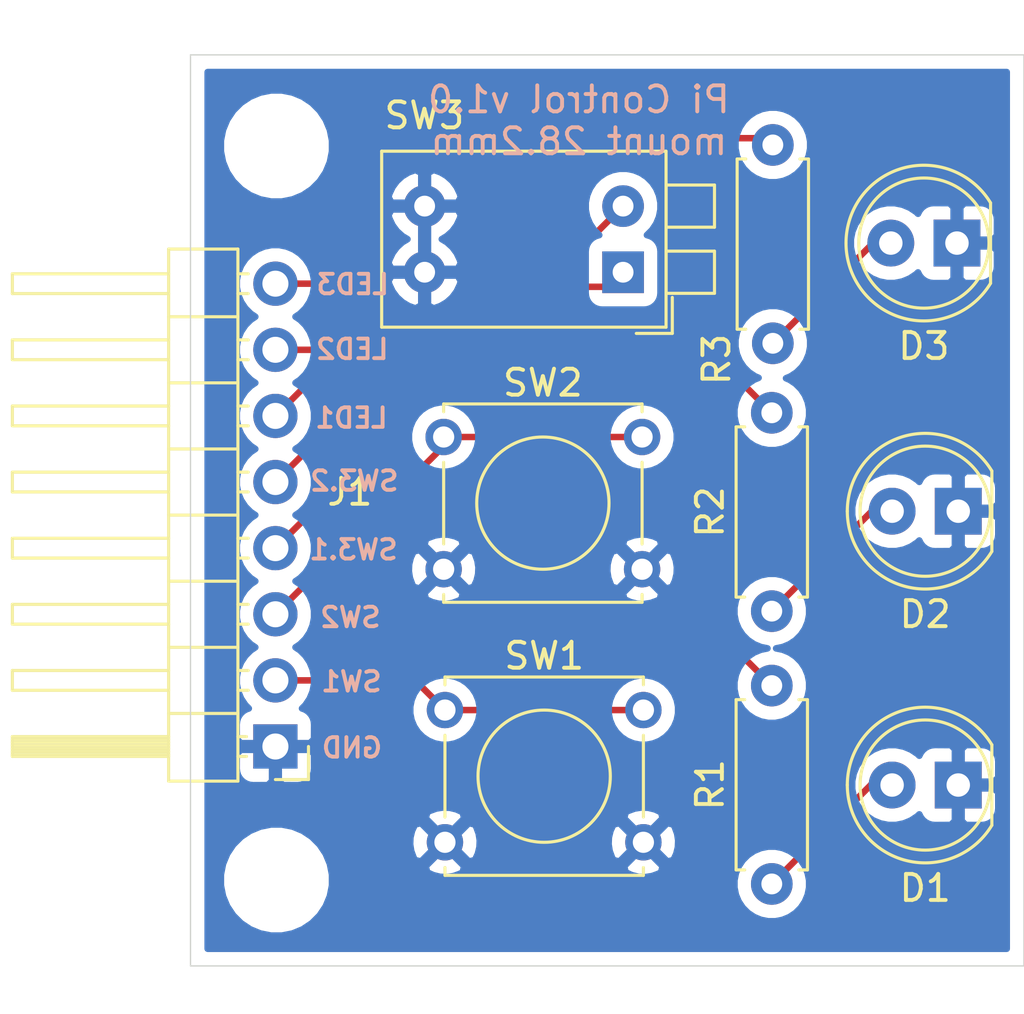
<source format=kicad_pcb>
(kicad_pcb (version 20171130) (host pcbnew "(5.1.6)-1")

  (general
    (thickness 1.6)
    (drawings 13)
    (tracks 39)
    (zones 0)
    (modules 12)
    (nets 12)
  )

  (page A4)
  (layers
    (0 F.Cu signal)
    (31 B.Cu signal)
    (32 B.Adhes user)
    (33 F.Adhes user)
    (34 B.Paste user)
    (35 F.Paste user)
    (36 B.SilkS user)
    (37 F.SilkS user)
    (38 B.Mask user)
    (39 F.Mask user)
    (40 Dwgs.User user)
    (41 Cmts.User user)
    (42 Eco1.User user)
    (43 Eco2.User user)
    (44 Edge.Cuts user)
    (45 Margin user)
    (46 B.CrtYd user)
    (47 F.CrtYd user)
    (48 B.Fab user)
    (49 F.Fab user)
  )

  (setup
    (last_trace_width 0.25)
    (trace_clearance 0.2)
    (zone_clearance 0.508)
    (zone_45_only no)
    (trace_min 0.2)
    (via_size 0.8)
    (via_drill 0.4)
    (via_min_size 0.4)
    (via_min_drill 0.3)
    (uvia_size 0.3)
    (uvia_drill 0.1)
    (uvias_allowed no)
    (uvia_min_size 0.2)
    (uvia_min_drill 0.1)
    (edge_width 0.05)
    (segment_width 0.2)
    (pcb_text_width 0.3)
    (pcb_text_size 1.5 1.5)
    (mod_edge_width 0.12)
    (mod_text_size 1 1)
    (mod_text_width 0.15)
    (pad_size 1.524 1.524)
    (pad_drill 0.762)
    (pad_to_mask_clearance 0.05)
    (aux_axis_origin 0 0)
    (visible_elements 7FFFFFFF)
    (pcbplotparams
      (layerselection 0x010fc_ffffffff)
      (usegerberextensions false)
      (usegerberattributes true)
      (usegerberadvancedattributes true)
      (creategerberjobfile true)
      (excludeedgelayer true)
      (linewidth 0.100000)
      (plotframeref false)
      (viasonmask false)
      (mode 1)
      (useauxorigin false)
      (hpglpennumber 1)
      (hpglpenspeed 20)
      (hpglpendiameter 15.000000)
      (psnegative false)
      (psa4output false)
      (plotreference true)
      (plotvalue true)
      (plotinvisibletext false)
      (padsonsilk false)
      (subtractmaskfromsilk false)
      (outputformat 1)
      (mirror false)
      (drillshape 0)
      (scaleselection 1)
      (outputdirectory ""))
  )

  (net 0 "")
  (net 1 "Net-(D1-Pad2)")
  (net 2 "Net-(D2-Pad2)")
  (net 3 "Net-(D3-Pad2)")
  (net 4 "Net-(J1-Pad8)")
  (net 5 "Net-(J1-Pad7)")
  (net 6 "Net-(J1-Pad6)")
  (net 7 "Net-(J1-Pad5)")
  (net 8 "Net-(J1-Pad4)")
  (net 9 "Net-(J1-Pad3)")
  (net 10 "Net-(J1-Pad2)")
  (net 11 GND)

  (net_class Default "This is the default net class."
    (clearance 0.2)
    (trace_width 0.25)
    (via_dia 0.8)
    (via_drill 0.4)
    (uvia_dia 0.3)
    (uvia_drill 0.1)
    (add_net GND)
    (add_net "Net-(D1-Pad2)")
    (add_net "Net-(D2-Pad2)")
    (add_net "Net-(D3-Pad2)")
    (add_net "Net-(J1-Pad2)")
    (add_net "Net-(J1-Pad3)")
    (add_net "Net-(J1-Pad4)")
    (add_net "Net-(J1-Pad5)")
    (add_net "Net-(J1-Pad6)")
    (add_net "Net-(J1-Pad7)")
    (add_net "Net-(J1-Pad8)")
  )

  (module MountingHole:MountingHole_3mm (layer F.Cu) (tedit 56D1B4CB) (tstamp 620B65E1)
    (at 130.3 107.7)
    (descr "Mounting Hole 3mm, no annular")
    (tags "mounting hole 3mm no annular")
    (attr virtual)
    (fp_text reference REF** (at 0.29 -0.02) (layer F.SilkS) hide
      (effects (font (size 1 1) (thickness 0.15)))
    )
    (fp_text value MountingHole_3mm (at -0.51 4.33) (layer F.Fab)
      (effects (font (size 1 1) (thickness 0.15)))
    )
    (fp_text user %R (at 0.3 0) (layer F.Fab)
      (effects (font (size 1 1) (thickness 0.15)))
    )
    (fp_circle (center 0 0) (end 3 0) (layer Cmts.User) (width 0.15))
    (fp_circle (center 0 0) (end 3.25 0) (layer F.CrtYd) (width 0.05))
    (pad 1 np_thru_hole circle (at 0 0) (size 3 3) (drill 3) (layers *.Cu *.Mask))
  )

  (module MountingHole:MountingHole_3mm (layer F.Cu) (tedit 56D1B4CB) (tstamp 620B654A)
    (at 130.3 79.5)
    (descr "Mounting Hole 3mm, no annular")
    (tags "mounting hole 3mm no annular")
    (attr virtual)
    (fp_text reference REF** (at 0.29 0) (layer F.SilkS) hide
      (effects (font (size 1 1) (thickness 0.15)))
    )
    (fp_text value MountingHole_3mm (at -0.05 -4.76) (layer F.Fab)
      (effects (font (size 1 1) (thickness 0.15)))
    )
    (fp_text user %R (at 0.3 0) (layer F.Fab)
      (effects (font (size 1 1) (thickness 0.15)))
    )
    (fp_circle (center 0 0) (end 3 0) (layer Cmts.User) (width 0.15))
    (fp_circle (center 0 0) (end 3.25 0) (layer F.CrtYd) (width 0.05))
    (pad 1 np_thru_hole circle (at 0 0) (size 3 3) (drill 3) (layers *.Cu *.Mask))
  )

  (module Button_Switch_THT:SW_DIP_SPSTx02_Piano_10.8x6.64mm_W7.62mm_P2.54mm (layer F.Cu) (tedit 5A4E1404) (tstamp 620B4BFF)
    (at 143.61 84.35 180)
    (descr "2x-dip-switch SPST , Piano, row spacing 7.62 mm (300 mils), body size 10.8x6.64mm")
    (tags "DIP Switch SPST Piano 7.62mm 300mil")
    (path /620B09BC)
    (fp_text reference SW3 (at 7.63 6.02) (layer F.SilkS)
      (effects (font (size 1 1) (thickness 0.15)))
    )
    (fp_text value SW_DIP_x02 (at 3.56 3.76) (layer F.Fab)
      (effects (font (size 1 1) (thickness 0.15)))
    )
    (fp_line (start -0.59 -2.05) (end 9.21 -2.05) (layer F.Fab) (width 0.1))
    (fp_line (start 9.21 -2.05) (end 9.21 4.59) (layer F.Fab) (width 0.1))
    (fp_line (start 9.21 4.59) (end -1.59 4.59) (layer F.Fab) (width 0.1))
    (fp_line (start -1.59 4.59) (end -1.59 -1.05) (layer F.Fab) (width 0.1))
    (fp_line (start -1.59 -1.05) (end -0.59 -2.05) (layer F.Fab) (width 0.1))
    (fp_line (start -1.59 -0.75) (end -1.59 0.75) (layer F.Fab) (width 0.1))
    (fp_line (start -1.59 0.75) (end -3.39 0.75) (layer F.Fab) (width 0.1))
    (fp_line (start -3.39 0.75) (end -3.39 -0.75) (layer F.Fab) (width 0.1))
    (fp_line (start -3.39 -0.75) (end -1.59 -0.75) (layer F.Fab) (width 0.1))
    (fp_line (start -1.59 1.79) (end -1.59 3.29) (layer F.Fab) (width 0.1))
    (fp_line (start -1.59 3.29) (end -3.39 3.29) (layer F.Fab) (width 0.1))
    (fp_line (start -3.39 3.29) (end -3.39 1.79) (layer F.Fab) (width 0.1))
    (fp_line (start -3.39 1.79) (end -1.59 1.79) (layer F.Fab) (width 0.1))
    (fp_line (start -1.65 -2.11) (end 9.27 -2.11) (layer F.SilkS) (width 0.12))
    (fp_line (start -1.65 4.65) (end 9.27 4.65) (layer F.SilkS) (width 0.12))
    (fp_line (start -1.65 -2.11) (end -1.65 4.65) (layer F.SilkS) (width 0.12))
    (fp_line (start 9.27 -2.11) (end 9.27 4.65) (layer F.SilkS) (width 0.12))
    (fp_line (start -1.89 -2.35) (end -0.507 -2.35) (layer F.SilkS) (width 0.12))
    (fp_line (start -1.89 -2.35) (end -1.89 -0.967) (layer F.SilkS) (width 0.12))
    (fp_line (start -3.51 -0.81) (end -1.65 -0.81) (layer F.SilkS) (width 0.12))
    (fp_line (start -3.51 0.81) (end -1.65 0.81) (layer F.SilkS) (width 0.12))
    (fp_line (start -3.51 -0.81) (end -3.51 0.81) (layer F.SilkS) (width 0.12))
    (fp_line (start -1.65 -0.81) (end -1.65 0.81) (layer F.SilkS) (width 0.12))
    (fp_line (start -3.51 1.73) (end -1.65 1.73) (layer F.SilkS) (width 0.12))
    (fp_line (start -3.51 3.35) (end -1.65 3.35) (layer F.SilkS) (width 0.12))
    (fp_line (start -3.51 1.73) (end -3.51 3.35) (layer F.SilkS) (width 0.12))
    (fp_line (start -1.65 1.73) (end -1.65 3.35) (layer F.SilkS) (width 0.12))
    (fp_line (start -3.65 -2.4) (end -3.65 4.9) (layer F.CrtYd) (width 0.05))
    (fp_line (start -3.65 4.9) (end 9.5 4.9) (layer F.CrtYd) (width 0.05))
    (fp_line (start 9.5 4.9) (end 9.5 -2.4) (layer F.CrtYd) (width 0.05))
    (fp_line (start 9.5 -2.4) (end -3.65 -2.4) (layer F.CrtYd) (width 0.05))
    (fp_text user %R (at 3.81 1.27) (layer F.Fab)
      (effects (font (size 0.8 0.8) (thickness 0.12)))
    )
    (pad 4 thru_hole oval (at 7.62 0 180) (size 1.6 1.6) (drill 0.8) (layers *.Cu *.Mask)
      (net 11 GND))
    (pad 2 thru_hole oval (at 0 2.54 180) (size 1.6 1.6) (drill 0.8) (layers *.Cu *.Mask)
      (net 7 "Net-(J1-Pad5)"))
    (pad 3 thru_hole oval (at 7.62 2.54 180) (size 1.6 1.6) (drill 0.8) (layers *.Cu *.Mask)
      (net 11 GND))
    (pad 1 thru_hole rect (at 0 0 180) (size 1.6 1.6) (drill 0.8) (layers *.Cu *.Mask)
      (net 8 "Net-(J1-Pad4)"))
    (model ${KISYS3DMOD}/Button_Switch_THT.3dshapes/SW_DIP_SPSTx02_Piano_10.8x6.64mm_W7.62mm_P2.54mm.wrl
      (at (xyz 0 0 0))
      (scale (xyz 1 1 1))
      (rotate (xyz 0 0 90))
    )
  )

  (module Button_Switch_THT:SW_Tactile_Straight_KSA0Axx1LFTR (layer F.Cu) (tedit 5A02FE31) (tstamp 620B4BD7)
    (at 136.72 90.68)
    (descr "SW PUSH SMALL http://www.ckswitches.com/media/1457/ksa_ksl.pdf")
    (tags "SW PUSH SMALL Tactile C&K")
    (path /620B06DB)
    (fp_text reference SW2 (at 3.81 -2.08) (layer F.SilkS)
      (effects (font (size 1 1) (thickness 0.15)))
    )
    (fp_text value SW_Push_Dual (at 3.81 7.28) (layer F.Fab)
      (effects (font (size 1 1) (thickness 0.15)))
    )
    (fp_line (start 7.51 6.24) (end 0.11 6.24) (layer F.Fab) (width 0.1))
    (fp_line (start 7.51 -1.16) (end 7.51 6.24) (layer F.Fab) (width 0.1))
    (fp_line (start 0.11 -1.16) (end 7.51 -1.16) (layer F.Fab) (width 0.1))
    (fp_line (start 0.11 6.24) (end 0.11 -1.16) (layer F.Fab) (width 0.1))
    (fp_line (start 0 -1.27) (end 7.62 -1.27) (layer F.SilkS) (width 0.12))
    (fp_line (start 7.62 -1.27) (end 7.62 -0.97) (layer F.SilkS) (width 0.12))
    (fp_line (start 7.62 6.35) (end 0 6.35) (layer F.SilkS) (width 0.12))
    (fp_line (start 0 -1.27) (end 0 -0.97) (layer F.SilkS) (width 0.12))
    (fp_line (start 7.62 0.97) (end 7.62 4.11) (layer F.SilkS) (width 0.12))
    (fp_line (start 0 0.97) (end 0 4.11) (layer F.SilkS) (width 0.12))
    (fp_line (start -0.95 -1.41) (end 8.57 -1.41) (layer F.CrtYd) (width 0.05))
    (fp_line (start -0.95 -1.41) (end -0.95 6.49) (layer F.CrtYd) (width 0.05))
    (fp_line (start 8.57 6.49) (end 8.57 -1.41) (layer F.CrtYd) (width 0.05))
    (fp_line (start 8.57 6.49) (end -0.95 6.49) (layer F.CrtYd) (width 0.05))
    (fp_line (start 7.62 6.05) (end 7.62 6.35) (layer F.SilkS) (width 0.12))
    (fp_line (start 0 6.05) (end 0 6.35) (layer F.SilkS) (width 0.12))
    (fp_circle (center 3.81 2.54) (end 3.81 0) (layer F.SilkS) (width 0.12))
    (fp_text user %R (at 3.81 2.54) (layer F.Fab)
      (effects (font (size 1 1) (thickness 0.15)))
    )
    (pad 2 thru_hole circle (at 0 5.08) (size 1.397 1.397) (drill 0.8128) (layers *.Cu *.Mask)
      (net 11 GND))
    (pad 1 thru_hole circle (at 0 0) (size 1.397 1.397) (drill 0.8128) (layers *.Cu *.Mask)
      (net 9 "Net-(J1-Pad3)"))
    (pad 2 thru_hole circle (at 7.62 5.08) (size 1.397 1.397) (drill 0.8128) (layers *.Cu *.Mask)
      (net 11 GND))
    (pad 1 thru_hole circle (at 7.62 0) (size 1.397 1.397) (drill 0.8128) (layers *.Cu *.Mask)
      (net 9 "Net-(J1-Pad3)"))
    (model ${KISYS3DMOD}/Button_Switch_THT.3dshapes/SW_Tactile_Straight_KSA0Axx1LFTR.wrl
      (at (xyz 0 0 0))
      (scale (xyz 1 1 1))
      (rotate (xyz 0 0 0))
    )
  )

  (module Button_Switch_THT:SW_Tactile_Straight_KSA0Axx1LFTR (layer F.Cu) (tedit 5A02FE31) (tstamp 620B4BBD)
    (at 136.77 101.17)
    (descr "SW PUSH SMALL http://www.ckswitches.com/media/1457/ksa_ksl.pdf")
    (tags "SW PUSH SMALL Tactile C&K")
    (path /620AFB20)
    (fp_text reference SW1 (at 3.81 -2.08) (layer F.SilkS)
      (effects (font (size 1 1) (thickness 0.15)))
    )
    (fp_text value SW_Push_Dual (at 3.81 7.28) (layer F.Fab)
      (effects (font (size 1 1) (thickness 0.15)))
    )
    (fp_line (start 7.51 6.24) (end 0.11 6.24) (layer F.Fab) (width 0.1))
    (fp_line (start 7.51 -1.16) (end 7.51 6.24) (layer F.Fab) (width 0.1))
    (fp_line (start 0.11 -1.16) (end 7.51 -1.16) (layer F.Fab) (width 0.1))
    (fp_line (start 0.11 6.24) (end 0.11 -1.16) (layer F.Fab) (width 0.1))
    (fp_line (start 0 -1.27) (end 7.62 -1.27) (layer F.SilkS) (width 0.12))
    (fp_line (start 7.62 -1.27) (end 7.62 -0.97) (layer F.SilkS) (width 0.12))
    (fp_line (start 7.62 6.35) (end 0 6.35) (layer F.SilkS) (width 0.12))
    (fp_line (start 0 -1.27) (end 0 -0.97) (layer F.SilkS) (width 0.12))
    (fp_line (start 7.62 0.97) (end 7.62 4.11) (layer F.SilkS) (width 0.12))
    (fp_line (start 0 0.97) (end 0 4.11) (layer F.SilkS) (width 0.12))
    (fp_line (start -0.95 -1.41) (end 8.57 -1.41) (layer F.CrtYd) (width 0.05))
    (fp_line (start -0.95 -1.41) (end -0.95 6.49) (layer F.CrtYd) (width 0.05))
    (fp_line (start 8.57 6.49) (end 8.57 -1.41) (layer F.CrtYd) (width 0.05))
    (fp_line (start 8.57 6.49) (end -0.95 6.49) (layer F.CrtYd) (width 0.05))
    (fp_line (start 7.62 6.05) (end 7.62 6.35) (layer F.SilkS) (width 0.12))
    (fp_line (start 0 6.05) (end 0 6.35) (layer F.SilkS) (width 0.12))
    (fp_circle (center 3.81 2.54) (end 3.81 0) (layer F.SilkS) (width 0.12))
    (fp_text user %R (at 3.81 2.54) (layer F.Fab)
      (effects (font (size 1 1) (thickness 0.15)))
    )
    (pad 2 thru_hole circle (at 0 5.08) (size 1.397 1.397) (drill 0.8128) (layers *.Cu *.Mask)
      (net 11 GND))
    (pad 1 thru_hole circle (at 0 0) (size 1.397 1.397) (drill 0.8128) (layers *.Cu *.Mask)
      (net 10 "Net-(J1-Pad2)"))
    (pad 2 thru_hole circle (at 7.62 5.08) (size 1.397 1.397) (drill 0.8128) (layers *.Cu *.Mask)
      (net 11 GND))
    (pad 1 thru_hole circle (at 7.62 0) (size 1.397 1.397) (drill 0.8128) (layers *.Cu *.Mask)
      (net 10 "Net-(J1-Pad2)"))
    (model ${KISYS3DMOD}/Button_Switch_THT.3dshapes/SW_Tactile_Straight_KSA0Axx1LFTR.wrl
      (at (xyz 0 0 0))
      (scale (xyz 1 1 1))
      (rotate (xyz 0 0 0))
    )
  )

  (module Resistor_THT:R_Axial_DIN0207_L6.3mm_D2.5mm_P7.62mm_Horizontal (layer F.Cu) (tedit 5AE5139B) (tstamp 620B5031)
    (at 149.36 87.08 90)
    (descr "Resistor, Axial_DIN0207 series, Axial, Horizontal, pin pitch=7.62mm, 0.25W = 1/4W, length*diameter=6.3*2.5mm^2, http://cdn-reichelt.de/documents/datenblatt/B400/1_4W%23YAG.pdf")
    (tags "Resistor Axial_DIN0207 series Axial Horizontal pin pitch 7.62mm 0.25W = 1/4W length 6.3mm diameter 2.5mm")
    (path /620B93E9)
    (fp_text reference R3 (at -0.62 -2.16 90) (layer F.SilkS)
      (effects (font (size 1 1) (thickness 0.15)))
    )
    (fp_text value 330 (at 3.81 2.37 90) (layer F.Fab)
      (effects (font (size 1 1) (thickness 0.15)))
    )
    (fp_line (start 0.66 -1.25) (end 0.66 1.25) (layer F.Fab) (width 0.1))
    (fp_line (start 0.66 1.25) (end 6.96 1.25) (layer F.Fab) (width 0.1))
    (fp_line (start 6.96 1.25) (end 6.96 -1.25) (layer F.Fab) (width 0.1))
    (fp_line (start 6.96 -1.25) (end 0.66 -1.25) (layer F.Fab) (width 0.1))
    (fp_line (start 0 0) (end 0.66 0) (layer F.Fab) (width 0.1))
    (fp_line (start 7.62 0) (end 6.96 0) (layer F.Fab) (width 0.1))
    (fp_line (start 0.54 -1.04) (end 0.54 -1.37) (layer F.SilkS) (width 0.12))
    (fp_line (start 0.54 -1.37) (end 7.08 -1.37) (layer F.SilkS) (width 0.12))
    (fp_line (start 7.08 -1.37) (end 7.08 -1.04) (layer F.SilkS) (width 0.12))
    (fp_line (start 0.54 1.04) (end 0.54 1.37) (layer F.SilkS) (width 0.12))
    (fp_line (start 0.54 1.37) (end 7.08 1.37) (layer F.SilkS) (width 0.12))
    (fp_line (start 7.08 1.37) (end 7.08 1.04) (layer F.SilkS) (width 0.12))
    (fp_line (start -1.05 -1.5) (end -1.05 1.5) (layer F.CrtYd) (width 0.05))
    (fp_line (start -1.05 1.5) (end 8.67 1.5) (layer F.CrtYd) (width 0.05))
    (fp_line (start 8.67 1.5) (end 8.67 -1.5) (layer F.CrtYd) (width 0.05))
    (fp_line (start 8.67 -1.5) (end -1.05 -1.5) (layer F.CrtYd) (width 0.05))
    (fp_text user %R (at 3.81 0 90) (layer F.Fab)
      (effects (font (size 1 1) (thickness 0.15)))
    )
    (pad 2 thru_hole oval (at 7.62 0 90) (size 1.6 1.6) (drill 0.8) (layers *.Cu *.Mask)
      (net 4 "Net-(J1-Pad8)"))
    (pad 1 thru_hole circle (at 0 0 90) (size 1.6 1.6) (drill 0.8) (layers *.Cu *.Mask)
      (net 3 "Net-(D3-Pad2)"))
    (model ${KISYS3DMOD}/Resistor_THT.3dshapes/R_Axial_DIN0207_L6.3mm_D2.5mm_P7.62mm_Horizontal.wrl
      (at (xyz 0 0 0))
      (scale (xyz 1 1 1))
      (rotate (xyz 0 0 0))
    )
  )

  (module Resistor_THT:R_Axial_DIN0207_L6.3mm_D2.5mm_P7.62mm_Horizontal (layer F.Cu) (tedit 5AE5139B) (tstamp 620B4B8C)
    (at 149.32 97.37 90)
    (descr "Resistor, Axial_DIN0207 series, Axial, Horizontal, pin pitch=7.62mm, 0.25W = 1/4W, length*diameter=6.3*2.5mm^2, http://cdn-reichelt.de/documents/datenblatt/B400/1_4W%23YAG.pdf")
    (tags "Resistor Axial_DIN0207 series Axial Horizontal pin pitch 7.62mm 0.25W = 1/4W length 6.3mm diameter 2.5mm")
    (path /620B8B5B)
    (fp_text reference R2 (at 3.81 -2.37 90) (layer F.SilkS)
      (effects (font (size 1 1) (thickness 0.15)))
    )
    (fp_text value 330 (at 3.81 2.37 90) (layer F.Fab)
      (effects (font (size 1 1) (thickness 0.15)))
    )
    (fp_line (start 0.66 -1.25) (end 0.66 1.25) (layer F.Fab) (width 0.1))
    (fp_line (start 0.66 1.25) (end 6.96 1.25) (layer F.Fab) (width 0.1))
    (fp_line (start 6.96 1.25) (end 6.96 -1.25) (layer F.Fab) (width 0.1))
    (fp_line (start 6.96 -1.25) (end 0.66 -1.25) (layer F.Fab) (width 0.1))
    (fp_line (start 0 0) (end 0.66 0) (layer F.Fab) (width 0.1))
    (fp_line (start 7.62 0) (end 6.96 0) (layer F.Fab) (width 0.1))
    (fp_line (start 0.54 -1.04) (end 0.54 -1.37) (layer F.SilkS) (width 0.12))
    (fp_line (start 0.54 -1.37) (end 7.08 -1.37) (layer F.SilkS) (width 0.12))
    (fp_line (start 7.08 -1.37) (end 7.08 -1.04) (layer F.SilkS) (width 0.12))
    (fp_line (start 0.54 1.04) (end 0.54 1.37) (layer F.SilkS) (width 0.12))
    (fp_line (start 0.54 1.37) (end 7.08 1.37) (layer F.SilkS) (width 0.12))
    (fp_line (start 7.08 1.37) (end 7.08 1.04) (layer F.SilkS) (width 0.12))
    (fp_line (start -1.05 -1.5) (end -1.05 1.5) (layer F.CrtYd) (width 0.05))
    (fp_line (start -1.05 1.5) (end 8.67 1.5) (layer F.CrtYd) (width 0.05))
    (fp_line (start 8.67 1.5) (end 8.67 -1.5) (layer F.CrtYd) (width 0.05))
    (fp_line (start 8.67 -1.5) (end -1.05 -1.5) (layer F.CrtYd) (width 0.05))
    (fp_text user %R (at 3.81 0 90) (layer F.Fab)
      (effects (font (size 1 1) (thickness 0.15)))
    )
    (pad 2 thru_hole oval (at 7.62 0 90) (size 1.6 1.6) (drill 0.8) (layers *.Cu *.Mask)
      (net 5 "Net-(J1-Pad7)"))
    (pad 1 thru_hole circle (at 0 0 90) (size 1.6 1.6) (drill 0.8) (layers *.Cu *.Mask)
      (net 2 "Net-(D2-Pad2)"))
    (model ${KISYS3DMOD}/Resistor_THT.3dshapes/R_Axial_DIN0207_L6.3mm_D2.5mm_P7.62mm_Horizontal.wrl
      (at (xyz 0 0 0))
      (scale (xyz 1 1 1))
      (rotate (xyz 0 0 0))
    )
  )

  (module Resistor_THT:R_Axial_DIN0207_L6.3mm_D2.5mm_P7.62mm_Horizontal (layer F.Cu) (tedit 5AE5139B) (tstamp 620B4B75)
    (at 149.32 107.85 90)
    (descr "Resistor, Axial_DIN0207 series, Axial, Horizontal, pin pitch=7.62mm, 0.25W = 1/4W, length*diameter=6.3*2.5mm^2, http://cdn-reichelt.de/documents/datenblatt/B400/1_4W%23YAG.pdf")
    (tags "Resistor Axial_DIN0207 series Axial Horizontal pin pitch 7.62mm 0.25W = 1/4W length 6.3mm diameter 2.5mm")
    (path /620B7F04)
    (fp_text reference R1 (at 3.81 -2.37 90) (layer F.SilkS)
      (effects (font (size 1 1) (thickness 0.15)))
    )
    (fp_text value 330 (at 3.81 2.37 90) (layer F.Fab)
      (effects (font (size 1 1) (thickness 0.15)))
    )
    (fp_line (start 0.66 -1.25) (end 0.66 1.25) (layer F.Fab) (width 0.1))
    (fp_line (start 0.66 1.25) (end 6.96 1.25) (layer F.Fab) (width 0.1))
    (fp_line (start 6.96 1.25) (end 6.96 -1.25) (layer F.Fab) (width 0.1))
    (fp_line (start 6.96 -1.25) (end 0.66 -1.25) (layer F.Fab) (width 0.1))
    (fp_line (start 0 0) (end 0.66 0) (layer F.Fab) (width 0.1))
    (fp_line (start 7.62 0) (end 6.96 0) (layer F.Fab) (width 0.1))
    (fp_line (start 0.54 -1.04) (end 0.54 -1.37) (layer F.SilkS) (width 0.12))
    (fp_line (start 0.54 -1.37) (end 7.08 -1.37) (layer F.SilkS) (width 0.12))
    (fp_line (start 7.08 -1.37) (end 7.08 -1.04) (layer F.SilkS) (width 0.12))
    (fp_line (start 0.54 1.04) (end 0.54 1.37) (layer F.SilkS) (width 0.12))
    (fp_line (start 0.54 1.37) (end 7.08 1.37) (layer F.SilkS) (width 0.12))
    (fp_line (start 7.08 1.37) (end 7.08 1.04) (layer F.SilkS) (width 0.12))
    (fp_line (start -1.05 -1.5) (end -1.05 1.5) (layer F.CrtYd) (width 0.05))
    (fp_line (start -1.05 1.5) (end 8.67 1.5) (layer F.CrtYd) (width 0.05))
    (fp_line (start 8.67 1.5) (end 8.67 -1.5) (layer F.CrtYd) (width 0.05))
    (fp_line (start 8.67 -1.5) (end -1.05 -1.5) (layer F.CrtYd) (width 0.05))
    (fp_text user %R (at 3.81 0 90) (layer F.Fab)
      (effects (font (size 1 1) (thickness 0.15)))
    )
    (pad 2 thru_hole oval (at 7.62 0 90) (size 1.6 1.6) (drill 0.8) (layers *.Cu *.Mask)
      (net 6 "Net-(J1-Pad6)"))
    (pad 1 thru_hole circle (at 0 0 90) (size 1.6 1.6) (drill 0.8) (layers *.Cu *.Mask)
      (net 1 "Net-(D1-Pad2)"))
    (model ${KISYS3DMOD}/Resistor_THT.3dshapes/R_Axial_DIN0207_L6.3mm_D2.5mm_P7.62mm_Horizontal.wrl
      (at (xyz 0 0 0))
      (scale (xyz 1 1 1))
      (rotate (xyz 0 0 0))
    )
  )

  (module Connector_PinHeader_2.54mm:PinHeader_1x08_P2.54mm_Horizontal (layer F.Cu) (tedit 59FED5CB) (tstamp 620B4B5E)
    (at 130.26 102.57 180)
    (descr "Through hole angled pin header, 1x08, 2.54mm pitch, 6mm pin length, single row")
    (tags "Through hole angled pin header THT 1x08 2.54mm single row")
    (path /620AED8B)
    (fp_text reference J1 (at -2.86 9.78) (layer F.SilkS)
      (effects (font (size 1 1) (thickness 0.15)))
    )
    (fp_text value PI (at 4.385 20.05) (layer F.Fab)
      (effects (font (size 1 1) (thickness 0.15)))
    )
    (fp_line (start 2.135 -1.27) (end 4.04 -1.27) (layer F.Fab) (width 0.1))
    (fp_line (start 4.04 -1.27) (end 4.04 19.05) (layer F.Fab) (width 0.1))
    (fp_line (start 4.04 19.05) (end 1.5 19.05) (layer F.Fab) (width 0.1))
    (fp_line (start 1.5 19.05) (end 1.5 -0.635) (layer F.Fab) (width 0.1))
    (fp_line (start 1.5 -0.635) (end 2.135 -1.27) (layer F.Fab) (width 0.1))
    (fp_line (start -0.32 -0.32) (end 1.5 -0.32) (layer F.Fab) (width 0.1))
    (fp_line (start -0.32 -0.32) (end -0.32 0.32) (layer F.Fab) (width 0.1))
    (fp_line (start -0.32 0.32) (end 1.5 0.32) (layer F.Fab) (width 0.1))
    (fp_line (start 4.04 -0.32) (end 10.04 -0.32) (layer F.Fab) (width 0.1))
    (fp_line (start 10.04 -0.32) (end 10.04 0.32) (layer F.Fab) (width 0.1))
    (fp_line (start 4.04 0.32) (end 10.04 0.32) (layer F.Fab) (width 0.1))
    (fp_line (start -0.32 2.22) (end 1.5 2.22) (layer F.Fab) (width 0.1))
    (fp_line (start -0.32 2.22) (end -0.32 2.86) (layer F.Fab) (width 0.1))
    (fp_line (start -0.32 2.86) (end 1.5 2.86) (layer F.Fab) (width 0.1))
    (fp_line (start 4.04 2.22) (end 10.04 2.22) (layer F.Fab) (width 0.1))
    (fp_line (start 10.04 2.22) (end 10.04 2.86) (layer F.Fab) (width 0.1))
    (fp_line (start 4.04 2.86) (end 10.04 2.86) (layer F.Fab) (width 0.1))
    (fp_line (start -0.32 4.76) (end 1.5 4.76) (layer F.Fab) (width 0.1))
    (fp_line (start -0.32 4.76) (end -0.32 5.4) (layer F.Fab) (width 0.1))
    (fp_line (start -0.32 5.4) (end 1.5 5.4) (layer F.Fab) (width 0.1))
    (fp_line (start 4.04 4.76) (end 10.04 4.76) (layer F.Fab) (width 0.1))
    (fp_line (start 10.04 4.76) (end 10.04 5.4) (layer F.Fab) (width 0.1))
    (fp_line (start 4.04 5.4) (end 10.04 5.4) (layer F.Fab) (width 0.1))
    (fp_line (start -0.32 7.3) (end 1.5 7.3) (layer F.Fab) (width 0.1))
    (fp_line (start -0.32 7.3) (end -0.32 7.94) (layer F.Fab) (width 0.1))
    (fp_line (start -0.32 7.94) (end 1.5 7.94) (layer F.Fab) (width 0.1))
    (fp_line (start 4.04 7.3) (end 10.04 7.3) (layer F.Fab) (width 0.1))
    (fp_line (start 10.04 7.3) (end 10.04 7.94) (layer F.Fab) (width 0.1))
    (fp_line (start 4.04 7.94) (end 10.04 7.94) (layer F.Fab) (width 0.1))
    (fp_line (start -0.32 9.84) (end 1.5 9.84) (layer F.Fab) (width 0.1))
    (fp_line (start -0.32 9.84) (end -0.32 10.48) (layer F.Fab) (width 0.1))
    (fp_line (start -0.32 10.48) (end 1.5 10.48) (layer F.Fab) (width 0.1))
    (fp_line (start 4.04 9.84) (end 10.04 9.84) (layer F.Fab) (width 0.1))
    (fp_line (start 10.04 9.84) (end 10.04 10.48) (layer F.Fab) (width 0.1))
    (fp_line (start 4.04 10.48) (end 10.04 10.48) (layer F.Fab) (width 0.1))
    (fp_line (start -0.32 12.38) (end 1.5 12.38) (layer F.Fab) (width 0.1))
    (fp_line (start -0.32 12.38) (end -0.32 13.02) (layer F.Fab) (width 0.1))
    (fp_line (start -0.32 13.02) (end 1.5 13.02) (layer F.Fab) (width 0.1))
    (fp_line (start 4.04 12.38) (end 10.04 12.38) (layer F.Fab) (width 0.1))
    (fp_line (start 10.04 12.38) (end 10.04 13.02) (layer F.Fab) (width 0.1))
    (fp_line (start 4.04 13.02) (end 10.04 13.02) (layer F.Fab) (width 0.1))
    (fp_line (start -0.32 14.92) (end 1.5 14.92) (layer F.Fab) (width 0.1))
    (fp_line (start -0.32 14.92) (end -0.32 15.56) (layer F.Fab) (width 0.1))
    (fp_line (start -0.32 15.56) (end 1.5 15.56) (layer F.Fab) (width 0.1))
    (fp_line (start 4.04 14.92) (end 10.04 14.92) (layer F.Fab) (width 0.1))
    (fp_line (start 10.04 14.92) (end 10.04 15.56) (layer F.Fab) (width 0.1))
    (fp_line (start 4.04 15.56) (end 10.04 15.56) (layer F.Fab) (width 0.1))
    (fp_line (start -0.32 17.46) (end 1.5 17.46) (layer F.Fab) (width 0.1))
    (fp_line (start -0.32 17.46) (end -0.32 18.1) (layer F.Fab) (width 0.1))
    (fp_line (start -0.32 18.1) (end 1.5 18.1) (layer F.Fab) (width 0.1))
    (fp_line (start 4.04 17.46) (end 10.04 17.46) (layer F.Fab) (width 0.1))
    (fp_line (start 10.04 17.46) (end 10.04 18.1) (layer F.Fab) (width 0.1))
    (fp_line (start 4.04 18.1) (end 10.04 18.1) (layer F.Fab) (width 0.1))
    (fp_line (start 1.44 -1.33) (end 1.44 19.11) (layer F.SilkS) (width 0.12))
    (fp_line (start 1.44 19.11) (end 4.1 19.11) (layer F.SilkS) (width 0.12))
    (fp_line (start 4.1 19.11) (end 4.1 -1.33) (layer F.SilkS) (width 0.12))
    (fp_line (start 4.1 -1.33) (end 1.44 -1.33) (layer F.SilkS) (width 0.12))
    (fp_line (start 4.1 -0.38) (end 10.1 -0.38) (layer F.SilkS) (width 0.12))
    (fp_line (start 10.1 -0.38) (end 10.1 0.38) (layer F.SilkS) (width 0.12))
    (fp_line (start 10.1 0.38) (end 4.1 0.38) (layer F.SilkS) (width 0.12))
    (fp_line (start 4.1 -0.32) (end 10.1 -0.32) (layer F.SilkS) (width 0.12))
    (fp_line (start 4.1 -0.2) (end 10.1 -0.2) (layer F.SilkS) (width 0.12))
    (fp_line (start 4.1 -0.08) (end 10.1 -0.08) (layer F.SilkS) (width 0.12))
    (fp_line (start 4.1 0.04) (end 10.1 0.04) (layer F.SilkS) (width 0.12))
    (fp_line (start 4.1 0.16) (end 10.1 0.16) (layer F.SilkS) (width 0.12))
    (fp_line (start 4.1 0.28) (end 10.1 0.28) (layer F.SilkS) (width 0.12))
    (fp_line (start 1.11 -0.38) (end 1.44 -0.38) (layer F.SilkS) (width 0.12))
    (fp_line (start 1.11 0.38) (end 1.44 0.38) (layer F.SilkS) (width 0.12))
    (fp_line (start 1.44 1.27) (end 4.1 1.27) (layer F.SilkS) (width 0.12))
    (fp_line (start 4.1 2.16) (end 10.1 2.16) (layer F.SilkS) (width 0.12))
    (fp_line (start 10.1 2.16) (end 10.1 2.92) (layer F.SilkS) (width 0.12))
    (fp_line (start 10.1 2.92) (end 4.1 2.92) (layer F.SilkS) (width 0.12))
    (fp_line (start 1.042929 2.16) (end 1.44 2.16) (layer F.SilkS) (width 0.12))
    (fp_line (start 1.042929 2.92) (end 1.44 2.92) (layer F.SilkS) (width 0.12))
    (fp_line (start 1.44 3.81) (end 4.1 3.81) (layer F.SilkS) (width 0.12))
    (fp_line (start 4.1 4.7) (end 10.1 4.7) (layer F.SilkS) (width 0.12))
    (fp_line (start 10.1 4.7) (end 10.1 5.46) (layer F.SilkS) (width 0.12))
    (fp_line (start 10.1 5.46) (end 4.1 5.46) (layer F.SilkS) (width 0.12))
    (fp_line (start 1.042929 4.7) (end 1.44 4.7) (layer F.SilkS) (width 0.12))
    (fp_line (start 1.042929 5.46) (end 1.44 5.46) (layer F.SilkS) (width 0.12))
    (fp_line (start 1.44 6.35) (end 4.1 6.35) (layer F.SilkS) (width 0.12))
    (fp_line (start 4.1 7.24) (end 10.1 7.24) (layer F.SilkS) (width 0.12))
    (fp_line (start 10.1 7.24) (end 10.1 8) (layer F.SilkS) (width 0.12))
    (fp_line (start 10.1 8) (end 4.1 8) (layer F.SilkS) (width 0.12))
    (fp_line (start 1.042929 7.24) (end 1.44 7.24) (layer F.SilkS) (width 0.12))
    (fp_line (start 1.042929 8) (end 1.44 8) (layer F.SilkS) (width 0.12))
    (fp_line (start 1.44 8.89) (end 4.1 8.89) (layer F.SilkS) (width 0.12))
    (fp_line (start 4.1 9.78) (end 10.1 9.78) (layer F.SilkS) (width 0.12))
    (fp_line (start 10.1 9.78) (end 10.1 10.54) (layer F.SilkS) (width 0.12))
    (fp_line (start 10.1 10.54) (end 4.1 10.54) (layer F.SilkS) (width 0.12))
    (fp_line (start 1.042929 9.78) (end 1.44 9.78) (layer F.SilkS) (width 0.12))
    (fp_line (start 1.042929 10.54) (end 1.44 10.54) (layer F.SilkS) (width 0.12))
    (fp_line (start 1.44 11.43) (end 4.1 11.43) (layer F.SilkS) (width 0.12))
    (fp_line (start 4.1 12.32) (end 10.1 12.32) (layer F.SilkS) (width 0.12))
    (fp_line (start 10.1 12.32) (end 10.1 13.08) (layer F.SilkS) (width 0.12))
    (fp_line (start 10.1 13.08) (end 4.1 13.08) (layer F.SilkS) (width 0.12))
    (fp_line (start 1.042929 12.32) (end 1.44 12.32) (layer F.SilkS) (width 0.12))
    (fp_line (start 1.042929 13.08) (end 1.44 13.08) (layer F.SilkS) (width 0.12))
    (fp_line (start 1.44 13.97) (end 4.1 13.97) (layer F.SilkS) (width 0.12))
    (fp_line (start 4.1 14.86) (end 10.1 14.86) (layer F.SilkS) (width 0.12))
    (fp_line (start 10.1 14.86) (end 10.1 15.62) (layer F.SilkS) (width 0.12))
    (fp_line (start 10.1 15.62) (end 4.1 15.62) (layer F.SilkS) (width 0.12))
    (fp_line (start 1.042929 14.86) (end 1.44 14.86) (layer F.SilkS) (width 0.12))
    (fp_line (start 1.042929 15.62) (end 1.44 15.62) (layer F.SilkS) (width 0.12))
    (fp_line (start 1.44 16.51) (end 4.1 16.51) (layer F.SilkS) (width 0.12))
    (fp_line (start 4.1 17.4) (end 10.1 17.4) (layer F.SilkS) (width 0.12))
    (fp_line (start 10.1 17.4) (end 10.1 18.16) (layer F.SilkS) (width 0.12))
    (fp_line (start 10.1 18.16) (end 4.1 18.16) (layer F.SilkS) (width 0.12))
    (fp_line (start 1.042929 17.4) (end 1.44 17.4) (layer F.SilkS) (width 0.12))
    (fp_line (start 1.042929 18.16) (end 1.44 18.16) (layer F.SilkS) (width 0.12))
    (fp_line (start -1.27 0) (end -1.27 -1.27) (layer F.SilkS) (width 0.12))
    (fp_line (start -1.27 -1.27) (end 0 -1.27) (layer F.SilkS) (width 0.12))
    (fp_line (start -1.8 -1.8) (end -1.8 19.55) (layer F.CrtYd) (width 0.05))
    (fp_line (start -1.8 19.55) (end 10.55 19.55) (layer F.CrtYd) (width 0.05))
    (fp_line (start 10.55 19.55) (end 10.55 -1.8) (layer F.CrtYd) (width 0.05))
    (fp_line (start 10.55 -1.8) (end -1.8 -1.8) (layer F.CrtYd) (width 0.05))
    (fp_text user %R (at 2.77 8.89 90) (layer F.Fab)
      (effects (font (size 1 1) (thickness 0.15)))
    )
    (pad 8 thru_hole oval (at 0 17.78 180) (size 1.7 1.7) (drill 1) (layers *.Cu *.Mask)
      (net 4 "Net-(J1-Pad8)"))
    (pad 7 thru_hole oval (at 0 15.24 180) (size 1.7 1.7) (drill 1) (layers *.Cu *.Mask)
      (net 5 "Net-(J1-Pad7)"))
    (pad 6 thru_hole oval (at 0 12.7 180) (size 1.7 1.7) (drill 1) (layers *.Cu *.Mask)
      (net 6 "Net-(J1-Pad6)"))
    (pad 5 thru_hole oval (at 0 10.16 180) (size 1.7 1.7) (drill 1) (layers *.Cu *.Mask)
      (net 7 "Net-(J1-Pad5)"))
    (pad 4 thru_hole oval (at 0 7.62 180) (size 1.7 1.7) (drill 1) (layers *.Cu *.Mask)
      (net 8 "Net-(J1-Pad4)"))
    (pad 3 thru_hole oval (at 0 5.08 180) (size 1.7 1.7) (drill 1) (layers *.Cu *.Mask)
      (net 9 "Net-(J1-Pad3)"))
    (pad 2 thru_hole oval (at 0 2.54 180) (size 1.7 1.7) (drill 1) (layers *.Cu *.Mask)
      (net 10 "Net-(J1-Pad2)"))
    (pad 1 thru_hole rect (at 0 0 180) (size 1.7 1.7) (drill 1) (layers *.Cu *.Mask)
      (net 11 GND))
    (model ${KISYS3DMOD}/Connector_PinHeader_2.54mm.3dshapes/PinHeader_1x08_P2.54mm_Horizontal.wrl
      (at (xyz 0 0 0))
      (scale (xyz 1 1 1))
      (rotate (xyz 0 0 0))
    )
  )

  (module LED_THT:LED_D5.0mm (layer F.Cu) (tedit 5995936A) (tstamp 620B4ADD)
    (at 156.43 83.23 180)
    (descr "LED, diameter 5.0mm, 2 pins, http://cdn-reichelt.de/documents/datenblatt/A500/LL-504BC2E-009.pdf")
    (tags "LED diameter 5.0mm 2 pins")
    (path /620BC760)
    (fp_text reference D3 (at 1.27 -3.96) (layer F.SilkS)
      (effects (font (size 1 1) (thickness 0.15)))
    )
    (fp_text value LED (at 1.27 3.96) (layer F.Fab)
      (effects (font (size 1 1) (thickness 0.15)))
    )
    (fp_circle (center 1.27 0) (end 3.77 0) (layer F.Fab) (width 0.1))
    (fp_circle (center 1.27 0) (end 3.77 0) (layer F.SilkS) (width 0.12))
    (fp_line (start -1.23 -1.469694) (end -1.23 1.469694) (layer F.Fab) (width 0.1))
    (fp_line (start -1.29 -1.545) (end -1.29 1.545) (layer F.SilkS) (width 0.12))
    (fp_line (start -1.95 -3.25) (end -1.95 3.25) (layer F.CrtYd) (width 0.05))
    (fp_line (start -1.95 3.25) (end 4.5 3.25) (layer F.CrtYd) (width 0.05))
    (fp_line (start 4.5 3.25) (end 4.5 -3.25) (layer F.CrtYd) (width 0.05))
    (fp_line (start 4.5 -3.25) (end -1.95 -3.25) (layer F.CrtYd) (width 0.05))
    (fp_text user %R (at 1.25 0) (layer F.Fab)
      (effects (font (size 0.8 0.8) (thickness 0.2)))
    )
    (fp_arc (start 1.27 0) (end -1.29 1.54483) (angle -148.9) (layer F.SilkS) (width 0.12))
    (fp_arc (start 1.27 0) (end -1.29 -1.54483) (angle 148.9) (layer F.SilkS) (width 0.12))
    (fp_arc (start 1.27 0) (end -1.23 -1.469694) (angle 299.1) (layer F.Fab) (width 0.1))
    (pad 2 thru_hole circle (at 2.54 0 180) (size 1.8 1.8) (drill 0.9) (layers *.Cu *.Mask)
      (net 3 "Net-(D3-Pad2)"))
    (pad 1 thru_hole rect (at 0 0 180) (size 1.8 1.8) (drill 0.9) (layers *.Cu *.Mask)
      (net 11 GND))
    (model ${KISYS3DMOD}/LED_THT.3dshapes/LED_D5.0mm.wrl
      (at (xyz 0 0 0))
      (scale (xyz 1 1 1))
      (rotate (xyz 0 0 0))
    )
  )

  (module LED_THT:LED_D5.0mm (layer F.Cu) (tedit 5995936A) (tstamp 620B4ACB)
    (at 156.48 93.53 180)
    (descr "LED, diameter 5.0mm, 2 pins, http://cdn-reichelt.de/documents/datenblatt/A500/LL-504BC2E-009.pdf")
    (tags "LED diameter 5.0mm 2 pins")
    (path /620BBAEE)
    (fp_text reference D2 (at 1.27 -3.96) (layer F.SilkS)
      (effects (font (size 1 1) (thickness 0.15)))
    )
    (fp_text value LED (at 1.27 3.96) (layer F.Fab)
      (effects (font (size 1 1) (thickness 0.15)))
    )
    (fp_circle (center 1.27 0) (end 3.77 0) (layer F.Fab) (width 0.1))
    (fp_circle (center 1.27 0) (end 3.77 0) (layer F.SilkS) (width 0.12))
    (fp_line (start -1.23 -1.469694) (end -1.23 1.469694) (layer F.Fab) (width 0.1))
    (fp_line (start -1.29 -1.545) (end -1.29 1.545) (layer F.SilkS) (width 0.12))
    (fp_line (start -1.95 -3.25) (end -1.95 3.25) (layer F.CrtYd) (width 0.05))
    (fp_line (start -1.95 3.25) (end 4.5 3.25) (layer F.CrtYd) (width 0.05))
    (fp_line (start 4.5 3.25) (end 4.5 -3.25) (layer F.CrtYd) (width 0.05))
    (fp_line (start 4.5 -3.25) (end -1.95 -3.25) (layer F.CrtYd) (width 0.05))
    (fp_text user %R (at 1.25 0) (layer F.Fab)
      (effects (font (size 0.8 0.8) (thickness 0.2)))
    )
    (fp_arc (start 1.27 0) (end -1.29 1.54483) (angle -148.9) (layer F.SilkS) (width 0.12))
    (fp_arc (start 1.27 0) (end -1.29 -1.54483) (angle 148.9) (layer F.SilkS) (width 0.12))
    (fp_arc (start 1.27 0) (end -1.23 -1.469694) (angle 299.1) (layer F.Fab) (width 0.1))
    (pad 2 thru_hole circle (at 2.54 0 180) (size 1.8 1.8) (drill 0.9) (layers *.Cu *.Mask)
      (net 2 "Net-(D2-Pad2)"))
    (pad 1 thru_hole rect (at 0 0 180) (size 1.8 1.8) (drill 0.9) (layers *.Cu *.Mask)
      (net 11 GND))
    (model ${KISYS3DMOD}/LED_THT.3dshapes/LED_D5.0mm.wrl
      (at (xyz 0 0 0))
      (scale (xyz 1 1 1))
      (rotate (xyz 0 0 0))
    )
  )

  (module LED_THT:LED_D5.0mm (layer F.Cu) (tedit 5995936A) (tstamp 620B4AB9)
    (at 156.48 104.05 180)
    (descr "LED, diameter 5.0mm, 2 pins, http://cdn-reichelt.de/documents/datenblatt/A500/LL-504BC2E-009.pdf")
    (tags "LED diameter 5.0mm 2 pins")
    (path /620BB502)
    (fp_text reference D1 (at 1.27 -3.96) (layer F.SilkS)
      (effects (font (size 1 1) (thickness 0.15)))
    )
    (fp_text value LED (at 1.27 3.96) (layer F.Fab)
      (effects (font (size 1 1) (thickness 0.15)))
    )
    (fp_circle (center 1.27 0) (end 3.77 0) (layer F.Fab) (width 0.1))
    (fp_circle (center 1.27 0) (end 3.77 0) (layer F.SilkS) (width 0.12))
    (fp_line (start -1.23 -1.469694) (end -1.23 1.469694) (layer F.Fab) (width 0.1))
    (fp_line (start -1.29 -1.545) (end -1.29 1.545) (layer F.SilkS) (width 0.12))
    (fp_line (start -1.95 -3.25) (end -1.95 3.25) (layer F.CrtYd) (width 0.05))
    (fp_line (start -1.95 3.25) (end 4.5 3.25) (layer F.CrtYd) (width 0.05))
    (fp_line (start 4.5 3.25) (end 4.5 -3.25) (layer F.CrtYd) (width 0.05))
    (fp_line (start 4.5 -3.25) (end -1.95 -3.25) (layer F.CrtYd) (width 0.05))
    (fp_text user %R (at 1.25 0) (layer F.Fab)
      (effects (font (size 0.8 0.8) (thickness 0.2)))
    )
    (fp_arc (start 1.27 0) (end -1.29 1.54483) (angle -148.9) (layer F.SilkS) (width 0.12))
    (fp_arc (start 1.27 0) (end -1.29 -1.54483) (angle 148.9) (layer F.SilkS) (width 0.12))
    (fp_arc (start 1.27 0) (end -1.23 -1.469694) (angle 299.1) (layer F.Fab) (width 0.1))
    (pad 2 thru_hole circle (at 2.54 0 180) (size 1.8 1.8) (drill 0.9) (layers *.Cu *.Mask)
      (net 1 "Net-(D1-Pad2)"))
    (pad 1 thru_hole rect (at 0 0 180) (size 1.8 1.8) (drill 0.9) (layers *.Cu *.Mask)
      (net 11 GND))
    (model ${KISYS3DMOD}/LED_THT.3dshapes/LED_D5.0mm.wrl
      (at (xyz 0 0 0))
      (scale (xyz 1 1 1))
      (rotate (xyz 0 0 0))
    )
  )

  (gr_text "Pi Control v1.0\nmount 28.2mm" (at 141.91 78.52) (layer B.SilkS) (tstamp 620B643E)
    (effects (font (size 1 1) (thickness 0.15)) (justify mirror))
  )
  (gr_text LED3 (at 133.23 84.82) (layer B.SilkS) (tstamp 620B641C)
    (effects (font (size 0.75 0.75) (thickness 0.15)) (justify mirror))
  )
  (gr_text LED2 (at 133.21 87.31) (layer B.SilkS) (tstamp 620B641C)
    (effects (font (size 0.75 0.75) (thickness 0.15)) (justify mirror))
  )
  (gr_text LED1 (at 133.18 89.95) (layer B.SilkS) (tstamp 620B641C)
    (effects (font (size 0.75 0.75) (thickness 0.15)) (justify mirror))
  )
  (gr_text SW3.2 (at 133.29 92.37) (layer B.SilkS) (tstamp 620B641C)
    (effects (font (size 0.75 0.75) (thickness 0.15)) (justify mirror))
  )
  (gr_text SW3.1 (at 133.26 95.01) (layer B.SilkS) (tstamp 620B641C)
    (effects (font (size 0.75 0.75) (thickness 0.15)) (justify mirror))
  )
  (gr_text SW2 (at 133.14 97.61) (layer B.SilkS) (tstamp 620B641C)
    (effects (font (size 0.75 0.75) (thickness 0.15)) (justify mirror))
  )
  (gr_text SW1 (at 133.18 100.08) (layer B.SilkS) (tstamp 620B641C)
    (effects (font (size 0.75 0.75) (thickness 0.15)) (justify mirror))
  )
  (gr_text GND (at 133.2 102.62) (layer B.SilkS)
    (effects (font (size 0.75 0.75) (thickness 0.15)) (justify mirror))
  )
  (gr_line (start 127 111) (end 127 76) (layer Edge.Cuts) (width 0.05) (tstamp 620B5EAE))
  (gr_line (start 159 111) (end 127 111) (layer Edge.Cuts) (width 0.05))
  (gr_line (start 159 76) (end 159 111) (layer Edge.Cuts) (width 0.05))
  (gr_line (start 127 76) (end 159 76) (layer Edge.Cuts) (width 0.05))

  (segment (start 153.12 104.05) (end 153.94 104.05) (width 0.25) (layer F.Cu) (net 1))
  (segment (start 149.32 107.85) (end 153.12 104.05) (width 0.25) (layer F.Cu) (net 1))
  (segment (start 153.16 93.53) (end 153.94 93.53) (width 0.25) (layer F.Cu) (net 2))
  (segment (start 149.32 97.37) (end 153.16 93.53) (width 0.25) (layer F.Cu) (net 2))
  (segment (start 153.21 83.23) (end 153.89 83.23) (width 0.25) (layer F.Cu) (net 3))
  (segment (start 149.36 87.08) (end 153.21 83.23) (width 0.25) (layer F.Cu) (net 3))
  (segment (start 149.099982 79.199982) (end 149.36 79.46) (width 0.25) (layer F.Cu) (net 4))
  (segment (start 133.109981 84.79) (end 133.429981 84.47) (width 0.25) (layer F.Cu) (net 4))
  (segment (start 130.26 84.79) (end 133.109981 84.79) (width 0.25) (layer F.Cu) (net 4))
  (segment (start 133.429982 80.907198) (end 135.137201 79.199981) (width 0.25) (layer F.Cu) (net 4))
  (segment (start 133.429981 84.47) (end 133.429982 80.907198) (width 0.25) (layer F.Cu) (net 4))
  (segment (start 135.137201 79.199981) (end 149.099982 79.199982) (width 0.25) (layer F.Cu) (net 4))
  (segment (start 130.26 87.33) (end 132.16359 87.33) (width 0.25) (layer F.Cu) (net 5))
  (segment (start 135.3236 79.64999) (end 145.176401 79.649991) (width 0.25) (layer F.Cu) (net 5))
  (segment (start 133.879991 81.093599) (end 135.3236 79.64999) (width 0.25) (layer F.Cu) (net 5))
  (segment (start 132.16359 87.33) (end 133.87999 85.6136) (width 0.25) (layer F.Cu) (net 5))
  (segment (start 133.87999 85.6136) (end 133.879991 81.093599) (width 0.25) (layer F.Cu) (net 5))
  (segment (start 145.176401 79.649991) (end 147.27 81.74359) (width 0.25) (layer F.Cu) (net 5))
  (segment (start 147.27 87.7) (end 149.32 89.75) (width 0.25) (layer F.Cu) (net 5))
  (segment (start 147.27 81.74359) (end 147.27 87.7) (width 0.25) (layer F.Cu) (net 5))
  (segment (start 146.81999 97.72999) (end 149.32 100.23) (width 0.25) (layer F.Cu) (net 6))
  (segment (start 146.81999 81.92999) (end 146.81999 97.72999) (width 0.25) (layer F.Cu) (net 6))
  (segment (start 134.33 85.8) (end 134.33 81.28) (width 0.25) (layer F.Cu) (net 6))
  (segment (start 130.26 89.87) (end 134.33 85.8) (width 0.25) (layer F.Cu) (net 6))
  (segment (start 135.51 80.1) (end 144.99 80.1) (width 0.25) (layer F.Cu) (net 6))
  (segment (start 144.99 80.1) (end 146.81999 81.92999) (width 0.25) (layer F.Cu) (net 6))
  (segment (start 134.33 81.28) (end 135.51 80.1) (width 0.25) (layer F.Cu) (net 6))
  (segment (start 130.26 92.41) (end 138.21 84.46) (width 0.25) (layer F.Cu) (net 7))
  (segment (start 138.21 84.46) (end 140.96 84.46) (width 0.25) (layer F.Cu) (net 7))
  (segment (start 140.96 84.46) (end 143.61 81.81) (width 0.25) (layer F.Cu) (net 7))
  (segment (start 140.29999 84.91001) (end 143.04999 84.91001) (width 0.25) (layer F.Cu) (net 8))
  (segment (start 143.04999 84.91001) (end 143.61 84.35) (width 0.25) (layer F.Cu) (net 8))
  (segment (start 130.26 94.95) (end 140.29999 84.91001) (width 0.25) (layer F.Cu) (net 8))
  (segment (start 136.72 91.03) (end 136.72 90.68) (width 0.25) (layer F.Cu) (net 9))
  (segment (start 130.26 97.49) (end 136.72 91.03) (width 0.25) (layer F.Cu) (net 9))
  (segment (start 136.72 90.68) (end 144.34 90.68) (width 0.25) (layer F.Cu) (net 9))
  (segment (start 135.63 100.03) (end 136.77 101.17) (width 0.25) (layer F.Cu) (net 10))
  (segment (start 130.26 100.03) (end 135.63 100.03) (width 0.25) (layer F.Cu) (net 10))
  (segment (start 136.77 101.17) (end 144.39 101.17) (width 0.25) (layer F.Cu) (net 10))

  (zone (net 11) (net_name GND) (layer B.Cu) (tstamp 620B680B) (hatch edge 0.508)
    (connect_pads (clearance 0.508))
    (min_thickness 0.254)
    (fill yes (arc_segments 32) (thermal_gap 0.508) (thermal_bridge_width 0.508))
    (polygon
      (pts
        (xy 159 111) (xy 127 111) (xy 127 76) (xy 159 76)
      )
    )
    (filled_polygon
      (pts
        (xy 158.340001 110.34) (xy 127.66 110.34) (xy 127.66 107.489721) (xy 128.165 107.489721) (xy 128.165 107.910279)
        (xy 128.247047 108.322756) (xy 128.407988 108.711302) (xy 128.641637 109.060983) (xy 128.939017 109.358363) (xy 129.288698 109.592012)
        (xy 129.677244 109.752953) (xy 130.089721 109.835) (xy 130.510279 109.835) (xy 130.922756 109.752953) (xy 131.311302 109.592012)
        (xy 131.660983 109.358363) (xy 131.958363 109.060983) (xy 132.192012 108.711302) (xy 132.352953 108.322756) (xy 132.435 107.910279)
        (xy 132.435 107.708665) (xy 147.885 107.708665) (xy 147.885 107.991335) (xy 147.940147 108.268574) (xy 148.04832 108.529727)
        (xy 148.205363 108.764759) (xy 148.405241 108.964637) (xy 148.640273 109.12168) (xy 148.901426 109.229853) (xy 149.178665 109.285)
        (xy 149.461335 109.285) (xy 149.738574 109.229853) (xy 149.999727 109.12168) (xy 150.234759 108.964637) (xy 150.434637 108.764759)
        (xy 150.59168 108.529727) (xy 150.699853 108.268574) (xy 150.755 107.991335) (xy 150.755 107.708665) (xy 150.699853 107.431426)
        (xy 150.59168 107.170273) (xy 150.434637 106.935241) (xy 150.234759 106.735363) (xy 149.999727 106.57832) (xy 149.738574 106.470147)
        (xy 149.461335 106.415) (xy 149.178665 106.415) (xy 148.901426 106.470147) (xy 148.640273 106.57832) (xy 148.405241 106.735363)
        (xy 148.205363 106.935241) (xy 148.04832 107.170273) (xy 147.940147 107.431426) (xy 147.885 107.708665) (xy 132.435 107.708665)
        (xy 132.435 107.489721) (xy 132.371443 107.170197) (xy 136.029408 107.170197) (xy 136.088686 107.403812) (xy 136.326875 107.514559)
        (xy 136.582093 107.576711) (xy 136.844533 107.587876) (xy 137.104107 107.547629) (xy 137.350842 107.457514) (xy 137.451314 107.403812)
        (xy 137.510592 107.170197) (xy 143.649408 107.170197) (xy 143.708686 107.403812) (xy 143.946875 107.514559) (xy 144.202093 107.576711)
        (xy 144.464533 107.587876) (xy 144.724107 107.547629) (xy 144.970842 107.457514) (xy 145.071314 107.403812) (xy 145.130592 107.170197)
        (xy 144.39 106.429605) (xy 143.649408 107.170197) (xy 137.510592 107.170197) (xy 136.77 106.429605) (xy 136.029408 107.170197)
        (xy 132.371443 107.170197) (xy 132.352953 107.077244) (xy 132.192012 106.688698) (xy 131.958363 106.339017) (xy 131.943879 106.324533)
        (xy 135.432124 106.324533) (xy 135.472371 106.584107) (xy 135.562486 106.830842) (xy 135.616188 106.931314) (xy 135.849803 106.990592)
        (xy 136.590395 106.25) (xy 136.949605 106.25) (xy 137.690197 106.990592) (xy 137.923812 106.931314) (xy 138.034559 106.693125)
        (xy 138.096711 106.437907) (xy 138.101534 106.324533) (xy 143.052124 106.324533) (xy 143.092371 106.584107) (xy 143.182486 106.830842)
        (xy 143.236188 106.931314) (xy 143.469803 106.990592) (xy 144.210395 106.25) (xy 144.569605 106.25) (xy 145.310197 106.990592)
        (xy 145.543812 106.931314) (xy 145.654559 106.693125) (xy 145.716711 106.437907) (xy 145.727876 106.175467) (xy 145.687629 105.915893)
        (xy 145.597514 105.669158) (xy 145.543812 105.568686) (xy 145.310197 105.509408) (xy 144.569605 106.25) (xy 144.210395 106.25)
        (xy 143.469803 105.509408) (xy 143.236188 105.568686) (xy 143.125441 105.806875) (xy 143.063289 106.062093) (xy 143.052124 106.324533)
        (xy 138.101534 106.324533) (xy 138.107876 106.175467) (xy 138.067629 105.915893) (xy 137.977514 105.669158) (xy 137.923812 105.568686)
        (xy 137.690197 105.509408) (xy 136.949605 106.25) (xy 136.590395 106.25) (xy 135.849803 105.509408) (xy 135.616188 105.568686)
        (xy 135.505441 105.806875) (xy 135.443289 106.062093) (xy 135.432124 106.324533) (xy 131.943879 106.324533) (xy 131.660983 106.041637)
        (xy 131.311302 105.807988) (xy 130.922756 105.647047) (xy 130.510279 105.565) (xy 130.089721 105.565) (xy 129.677244 105.647047)
        (xy 129.288698 105.807988) (xy 128.939017 106.041637) (xy 128.641637 106.339017) (xy 128.407988 106.688698) (xy 128.247047 107.077244)
        (xy 128.165 107.489721) (xy 127.66 107.489721) (xy 127.66 105.329803) (xy 136.029408 105.329803) (xy 136.77 106.070395)
        (xy 137.510592 105.329803) (xy 143.649408 105.329803) (xy 144.39 106.070395) (xy 145.130592 105.329803) (xy 145.071314 105.096188)
        (xy 144.833125 104.985441) (xy 144.577907 104.923289) (xy 144.315467 104.912124) (xy 144.055893 104.952371) (xy 143.809158 105.042486)
        (xy 143.708686 105.096188) (xy 143.649408 105.329803) (xy 137.510592 105.329803) (xy 137.451314 105.096188) (xy 137.213125 104.985441)
        (xy 136.957907 104.923289) (xy 136.695467 104.912124) (xy 136.435893 104.952371) (xy 136.189158 105.042486) (xy 136.088686 105.096188)
        (xy 136.029408 105.329803) (xy 127.66 105.329803) (xy 127.66 103.42) (xy 128.771928 103.42) (xy 128.784188 103.544482)
        (xy 128.820498 103.66418) (xy 128.879463 103.774494) (xy 128.958815 103.871185) (xy 129.055506 103.950537) (xy 129.16582 104.009502)
        (xy 129.285518 104.045812) (xy 129.41 104.058072) (xy 129.97425 104.055) (xy 130.133 103.89625) (xy 130.133 102.697)
        (xy 130.387 102.697) (xy 130.387 103.89625) (xy 130.54575 104.055) (xy 131.11 104.058072) (xy 131.234482 104.045812)
        (xy 131.35418 104.009502) (xy 131.464494 103.950537) (xy 131.527516 103.898816) (xy 152.405 103.898816) (xy 152.405 104.201184)
        (xy 152.463989 104.497743) (xy 152.579701 104.777095) (xy 152.747688 105.028505) (xy 152.961495 105.242312) (xy 153.212905 105.410299)
        (xy 153.492257 105.526011) (xy 153.788816 105.585) (xy 154.091184 105.585) (xy 154.387743 105.526011) (xy 154.667095 105.410299)
        (xy 154.918505 105.242312) (xy 154.984944 105.175873) (xy 154.990498 105.19418) (xy 155.049463 105.304494) (xy 155.128815 105.401185)
        (xy 155.225506 105.480537) (xy 155.33582 105.539502) (xy 155.455518 105.575812) (xy 155.58 105.588072) (xy 156.19425 105.585)
        (xy 156.353 105.42625) (xy 156.353 104.177) (xy 156.607 104.177) (xy 156.607 105.42625) (xy 156.76575 105.585)
        (xy 157.38 105.588072) (xy 157.504482 105.575812) (xy 157.62418 105.539502) (xy 157.734494 105.480537) (xy 157.831185 105.401185)
        (xy 157.910537 105.304494) (xy 157.969502 105.19418) (xy 158.005812 105.074482) (xy 158.018072 104.95) (xy 158.015 104.33575)
        (xy 157.85625 104.177) (xy 156.607 104.177) (xy 156.353 104.177) (xy 156.333 104.177) (xy 156.333 103.923)
        (xy 156.353 103.923) (xy 156.353 102.67375) (xy 156.607 102.67375) (xy 156.607 103.923) (xy 157.85625 103.923)
        (xy 158.015 103.76425) (xy 158.018072 103.15) (xy 158.005812 103.025518) (xy 157.969502 102.90582) (xy 157.910537 102.795506)
        (xy 157.831185 102.698815) (xy 157.734494 102.619463) (xy 157.62418 102.560498) (xy 157.504482 102.524188) (xy 157.38 102.511928)
        (xy 156.76575 102.515) (xy 156.607 102.67375) (xy 156.353 102.67375) (xy 156.19425 102.515) (xy 155.58 102.511928)
        (xy 155.455518 102.524188) (xy 155.33582 102.560498) (xy 155.225506 102.619463) (xy 155.128815 102.698815) (xy 155.049463 102.795506)
        (xy 154.990498 102.90582) (xy 154.984944 102.924127) (xy 154.918505 102.857688) (xy 154.667095 102.689701) (xy 154.387743 102.573989)
        (xy 154.091184 102.515) (xy 153.788816 102.515) (xy 153.492257 102.573989) (xy 153.212905 102.689701) (xy 152.961495 102.857688)
        (xy 152.747688 103.071495) (xy 152.579701 103.322905) (xy 152.463989 103.602257) (xy 152.405 103.898816) (xy 131.527516 103.898816)
        (xy 131.561185 103.871185) (xy 131.640537 103.774494) (xy 131.699502 103.66418) (xy 131.735812 103.544482) (xy 131.748072 103.42)
        (xy 131.745 102.85575) (xy 131.58625 102.697) (xy 130.387 102.697) (xy 130.133 102.697) (xy 128.93375 102.697)
        (xy 128.775 102.85575) (xy 128.771928 103.42) (xy 127.66 103.42) (xy 127.66 101.72) (xy 128.771928 101.72)
        (xy 128.775 102.28425) (xy 128.93375 102.443) (xy 130.133 102.443) (xy 130.133 102.423) (xy 130.387 102.423)
        (xy 130.387 102.443) (xy 131.58625 102.443) (xy 131.745 102.28425) (xy 131.748072 101.72) (xy 131.735812 101.595518)
        (xy 131.699502 101.47582) (xy 131.640537 101.365506) (xy 131.561185 101.268815) (xy 131.464494 101.189463) (xy 131.35418 101.130498)
        (xy 131.28162 101.108487) (xy 131.351445 101.038662) (xy 135.4365 101.038662) (xy 135.4365 101.301338) (xy 135.487746 101.558968)
        (xy 135.588268 101.801649) (xy 135.734203 102.020057) (xy 135.919943 102.205797) (xy 136.138351 102.351732) (xy 136.381032 102.452254)
        (xy 136.638662 102.5035) (xy 136.901338 102.5035) (xy 137.158968 102.452254) (xy 137.401649 102.351732) (xy 137.620057 102.205797)
        (xy 137.805797 102.020057) (xy 137.951732 101.801649) (xy 138.052254 101.558968) (xy 138.1035 101.301338) (xy 138.1035 101.038662)
        (xy 143.0565 101.038662) (xy 143.0565 101.301338) (xy 143.107746 101.558968) (xy 143.208268 101.801649) (xy 143.354203 102.020057)
        (xy 143.539943 102.205797) (xy 143.758351 102.351732) (xy 144.001032 102.452254) (xy 144.258662 102.5035) (xy 144.521338 102.5035)
        (xy 144.778968 102.452254) (xy 145.021649 102.351732) (xy 145.240057 102.205797) (xy 145.425797 102.020057) (xy 145.571732 101.801649)
        (xy 145.672254 101.558968) (xy 145.7235 101.301338) (xy 145.7235 101.038662) (xy 145.672254 100.781032) (xy 145.571732 100.538351)
        (xy 145.425797 100.319943) (xy 145.240057 100.134203) (xy 145.021649 99.988268) (xy 144.778968 99.887746) (xy 144.521338 99.8365)
        (xy 144.258662 99.8365) (xy 144.001032 99.887746) (xy 143.758351 99.988268) (xy 143.539943 100.134203) (xy 143.354203 100.319943)
        (xy 143.208268 100.538351) (xy 143.107746 100.781032) (xy 143.0565 101.038662) (xy 138.1035 101.038662) (xy 138.052254 100.781032)
        (xy 137.951732 100.538351) (xy 137.805797 100.319943) (xy 137.620057 100.134203) (xy 137.401649 99.988268) (xy 137.158968 99.887746)
        (xy 136.901338 99.8365) (xy 136.638662 99.8365) (xy 136.381032 99.887746) (xy 136.138351 99.988268) (xy 135.919943 100.134203)
        (xy 135.734203 100.319943) (xy 135.588268 100.538351) (xy 135.487746 100.781032) (xy 135.4365 101.038662) (xy 131.351445 101.038662)
        (xy 131.413475 100.976632) (xy 131.57599 100.733411) (xy 131.687932 100.463158) (xy 131.745 100.17626) (xy 131.745 99.88374)
        (xy 131.687932 99.596842) (xy 131.57599 99.326589) (xy 131.413475 99.083368) (xy 131.206632 98.876525) (xy 131.03224 98.76)
        (xy 131.206632 98.643475) (xy 131.413475 98.436632) (xy 131.57599 98.193411) (xy 131.687932 97.923158) (xy 131.745 97.63626)
        (xy 131.745 97.34374) (xy 131.72211 97.228665) (xy 147.885 97.228665) (xy 147.885 97.511335) (xy 147.940147 97.788574)
        (xy 148.04832 98.049727) (xy 148.205363 98.284759) (xy 148.405241 98.484637) (xy 148.640273 98.64168) (xy 148.901426 98.749853)
        (xy 149.153529 98.8) (xy 148.901426 98.850147) (xy 148.640273 98.95832) (xy 148.405241 99.115363) (xy 148.205363 99.315241)
        (xy 148.04832 99.550273) (xy 147.940147 99.811426) (xy 147.885 100.088665) (xy 147.885 100.371335) (xy 147.940147 100.648574)
        (xy 148.04832 100.909727) (xy 148.205363 101.144759) (xy 148.405241 101.344637) (xy 148.640273 101.50168) (xy 148.901426 101.609853)
        (xy 149.178665 101.665) (xy 149.461335 101.665) (xy 149.738574 101.609853) (xy 149.999727 101.50168) (xy 150.234759 101.344637)
        (xy 150.434637 101.144759) (xy 150.59168 100.909727) (xy 150.699853 100.648574) (xy 150.755 100.371335) (xy 150.755 100.088665)
        (xy 150.699853 99.811426) (xy 150.59168 99.550273) (xy 150.434637 99.315241) (xy 150.234759 99.115363) (xy 149.999727 98.95832)
        (xy 149.738574 98.850147) (xy 149.486471 98.8) (xy 149.738574 98.749853) (xy 149.999727 98.64168) (xy 150.234759 98.484637)
        (xy 150.434637 98.284759) (xy 150.59168 98.049727) (xy 150.699853 97.788574) (xy 150.755 97.511335) (xy 150.755 97.228665)
        (xy 150.699853 96.951426) (xy 150.59168 96.690273) (xy 150.434637 96.455241) (xy 150.234759 96.255363) (xy 149.999727 96.09832)
        (xy 149.738574 95.990147) (xy 149.461335 95.935) (xy 149.178665 95.935) (xy 148.901426 95.990147) (xy 148.640273 96.09832)
        (xy 148.405241 96.255363) (xy 148.205363 96.455241) (xy 148.04832 96.690273) (xy 147.940147 96.951426) (xy 147.885 97.228665)
        (xy 131.72211 97.228665) (xy 131.687932 97.056842) (xy 131.57599 96.786589) (xy 131.504902 96.680197) (xy 135.979408 96.680197)
        (xy 136.038686 96.913812) (xy 136.276875 97.024559) (xy 136.532093 97.086711) (xy 136.794533 97.097876) (xy 137.054107 97.057629)
        (xy 137.300842 96.967514) (xy 137.401314 96.913812) (xy 137.460592 96.680197) (xy 143.599408 96.680197) (xy 143.658686 96.913812)
        (xy 143.896875 97.024559) (xy 144.152093 97.086711) (xy 144.414533 97.097876) (xy 144.674107 97.057629) (xy 144.920842 96.967514)
        (xy 145.021314 96.913812) (xy 145.080592 96.680197) (xy 144.34 95.939605) (xy 143.599408 96.680197) (xy 137.460592 96.680197)
        (xy 136.72 95.939605) (xy 135.979408 96.680197) (xy 131.504902 96.680197) (xy 131.413475 96.543368) (xy 131.206632 96.336525)
        (xy 131.03224 96.22) (xy 131.206632 96.103475) (xy 131.413475 95.896632) (xy 131.454968 95.834533) (xy 135.382124 95.834533)
        (xy 135.422371 96.094107) (xy 135.512486 96.340842) (xy 135.566188 96.441314) (xy 135.799803 96.500592) (xy 136.540395 95.76)
        (xy 136.899605 95.76) (xy 137.640197 96.500592) (xy 137.873812 96.441314) (xy 137.984559 96.203125) (xy 138.046711 95.947907)
        (xy 138.051534 95.834533) (xy 143.002124 95.834533) (xy 143.042371 96.094107) (xy 143.132486 96.340842) (xy 143.186188 96.441314)
        (xy 143.419803 96.500592) (xy 144.160395 95.76) (xy 144.519605 95.76) (xy 145.260197 96.500592) (xy 145.493812 96.441314)
        (xy 145.604559 96.203125) (xy 145.666711 95.947907) (xy 145.677876 95.685467) (xy 145.637629 95.425893) (xy 145.547514 95.179158)
        (xy 145.493812 95.078686) (xy 145.260197 95.019408) (xy 144.519605 95.76) (xy 144.160395 95.76) (xy 143.419803 95.019408)
        (xy 143.186188 95.078686) (xy 143.075441 95.316875) (xy 143.013289 95.572093) (xy 143.002124 95.834533) (xy 138.051534 95.834533)
        (xy 138.057876 95.685467) (xy 138.017629 95.425893) (xy 137.927514 95.179158) (xy 137.873812 95.078686) (xy 137.640197 95.019408)
        (xy 136.899605 95.76) (xy 136.540395 95.76) (xy 135.799803 95.019408) (xy 135.566188 95.078686) (xy 135.455441 95.316875)
        (xy 135.393289 95.572093) (xy 135.382124 95.834533) (xy 131.454968 95.834533) (xy 131.57599 95.653411) (xy 131.687932 95.383158)
        (xy 131.745 95.09626) (xy 131.745 94.839803) (xy 135.979408 94.839803) (xy 136.72 95.580395) (xy 137.460592 94.839803)
        (xy 143.599408 94.839803) (xy 144.34 95.580395) (xy 145.080592 94.839803) (xy 145.021314 94.606188) (xy 144.783125 94.495441)
        (xy 144.527907 94.433289) (xy 144.265467 94.422124) (xy 144.005893 94.462371) (xy 143.759158 94.552486) (xy 143.658686 94.606188)
        (xy 143.599408 94.839803) (xy 137.460592 94.839803) (xy 137.401314 94.606188) (xy 137.163125 94.495441) (xy 136.907907 94.433289)
        (xy 136.645467 94.422124) (xy 136.385893 94.462371) (xy 136.139158 94.552486) (xy 136.038686 94.606188) (xy 135.979408 94.839803)
        (xy 131.745 94.839803) (xy 131.745 94.80374) (xy 131.687932 94.516842) (xy 131.57599 94.246589) (xy 131.413475 94.003368)
        (xy 131.206632 93.796525) (xy 131.03224 93.68) (xy 131.206632 93.563475) (xy 131.391291 93.378816) (xy 152.405 93.378816)
        (xy 152.405 93.681184) (xy 152.463989 93.977743) (xy 152.579701 94.257095) (xy 152.747688 94.508505) (xy 152.961495 94.722312)
        (xy 153.212905 94.890299) (xy 153.492257 95.006011) (xy 153.788816 95.065) (xy 154.091184 95.065) (xy 154.387743 95.006011)
        (xy 154.667095 94.890299) (xy 154.918505 94.722312) (xy 154.984944 94.655873) (xy 154.990498 94.67418) (xy 155.049463 94.784494)
        (xy 155.128815 94.881185) (xy 155.225506 94.960537) (xy 155.33582 95.019502) (xy 155.455518 95.055812) (xy 155.58 95.068072)
        (xy 156.19425 95.065) (xy 156.353 94.90625) (xy 156.353 93.657) (xy 156.607 93.657) (xy 156.607 94.90625)
        (xy 156.76575 95.065) (xy 157.38 95.068072) (xy 157.504482 95.055812) (xy 157.62418 95.019502) (xy 157.734494 94.960537)
        (xy 157.831185 94.881185) (xy 157.910537 94.784494) (xy 157.969502 94.67418) (xy 158.005812 94.554482) (xy 158.018072 94.43)
        (xy 158.015 93.81575) (xy 157.85625 93.657) (xy 156.607 93.657) (xy 156.353 93.657) (xy 156.333 93.657)
        (xy 156.333 93.403) (xy 156.353 93.403) (xy 156.353 92.15375) (xy 156.607 92.15375) (xy 156.607 93.403)
        (xy 157.85625 93.403) (xy 158.015 93.24425) (xy 158.018072 92.63) (xy 158.005812 92.505518) (xy 157.969502 92.38582)
        (xy 157.910537 92.275506) (xy 157.831185 92.178815) (xy 157.734494 92.099463) (xy 157.62418 92.040498) (xy 157.504482 92.004188)
        (xy 157.38 91.991928) (xy 156.76575 91.995) (xy 156.607 92.15375) (xy 156.353 92.15375) (xy 156.19425 91.995)
        (xy 155.58 91.991928) (xy 155.455518 92.004188) (xy 155.33582 92.040498) (xy 155.225506 92.099463) (xy 155.128815 92.178815)
        (xy 155.049463 92.275506) (xy 154.990498 92.38582) (xy 154.984944 92.404127) (xy 154.918505 92.337688) (xy 154.667095 92.169701)
        (xy 154.387743 92.053989) (xy 154.091184 91.995) (xy 153.788816 91.995) (xy 153.492257 92.053989) (xy 153.212905 92.169701)
        (xy 152.961495 92.337688) (xy 152.747688 92.551495) (xy 152.579701 92.802905) (xy 152.463989 93.082257) (xy 152.405 93.378816)
        (xy 131.391291 93.378816) (xy 131.413475 93.356632) (xy 131.57599 93.113411) (xy 131.687932 92.843158) (xy 131.745 92.55626)
        (xy 131.745 92.26374) (xy 131.687932 91.976842) (xy 131.57599 91.706589) (xy 131.413475 91.463368) (xy 131.206632 91.256525)
        (xy 131.03224 91.14) (xy 131.206632 91.023475) (xy 131.413475 90.816632) (xy 131.57599 90.573411) (xy 131.586241 90.548662)
        (xy 135.3865 90.548662) (xy 135.3865 90.811338) (xy 135.437746 91.068968) (xy 135.538268 91.311649) (xy 135.684203 91.530057)
        (xy 135.869943 91.715797) (xy 136.088351 91.861732) (xy 136.331032 91.962254) (xy 136.588662 92.0135) (xy 136.851338 92.0135)
        (xy 137.108968 91.962254) (xy 137.351649 91.861732) (xy 137.570057 91.715797) (xy 137.755797 91.530057) (xy 137.901732 91.311649)
        (xy 138.002254 91.068968) (xy 138.0535 90.811338) (xy 138.0535 90.548662) (xy 143.0065 90.548662) (xy 143.0065 90.811338)
        (xy 143.057746 91.068968) (xy 143.158268 91.311649) (xy 143.304203 91.530057) (xy 143.489943 91.715797) (xy 143.708351 91.861732)
        (xy 143.951032 91.962254) (xy 144.208662 92.0135) (xy 144.471338 92.0135) (xy 144.728968 91.962254) (xy 144.971649 91.861732)
        (xy 145.190057 91.715797) (xy 145.375797 91.530057) (xy 145.521732 91.311649) (xy 145.622254 91.068968) (xy 145.6735 90.811338)
        (xy 145.6735 90.548662) (xy 145.622254 90.291032) (xy 145.521732 90.048351) (xy 145.375797 89.829943) (xy 145.190057 89.644203)
        (xy 145.136871 89.608665) (xy 147.885 89.608665) (xy 147.885 89.891335) (xy 147.940147 90.168574) (xy 148.04832 90.429727)
        (xy 148.205363 90.664759) (xy 148.405241 90.864637) (xy 148.640273 91.02168) (xy 148.901426 91.129853) (xy 149.178665 91.185)
        (xy 149.461335 91.185) (xy 149.738574 91.129853) (xy 149.999727 91.02168) (xy 150.234759 90.864637) (xy 150.434637 90.664759)
        (xy 150.59168 90.429727) (xy 150.699853 90.168574) (xy 150.755 89.891335) (xy 150.755 89.608665) (xy 150.699853 89.331426)
        (xy 150.59168 89.070273) (xy 150.434637 88.835241) (xy 150.234759 88.635363) (xy 149.999727 88.47832) (xy 149.866859 88.423284)
        (xy 150.039727 88.35168) (xy 150.274759 88.194637) (xy 150.474637 87.994759) (xy 150.63168 87.759727) (xy 150.739853 87.498574)
        (xy 150.795 87.221335) (xy 150.795 86.938665) (xy 150.739853 86.661426) (xy 150.63168 86.400273) (xy 150.474637 86.165241)
        (xy 150.274759 85.965363) (xy 150.039727 85.80832) (xy 149.778574 85.700147) (xy 149.501335 85.645) (xy 149.218665 85.645)
        (xy 148.941426 85.700147) (xy 148.680273 85.80832) (xy 148.445241 85.965363) (xy 148.245363 86.165241) (xy 148.08832 86.400273)
        (xy 147.980147 86.661426) (xy 147.925 86.938665) (xy 147.925 87.221335) (xy 147.980147 87.498574) (xy 148.08832 87.759727)
        (xy 148.245363 87.994759) (xy 148.445241 88.194637) (xy 148.680273 88.35168) (xy 148.813141 88.406716) (xy 148.640273 88.47832)
        (xy 148.405241 88.635363) (xy 148.205363 88.835241) (xy 148.04832 89.070273) (xy 147.940147 89.331426) (xy 147.885 89.608665)
        (xy 145.136871 89.608665) (xy 144.971649 89.498268) (xy 144.728968 89.397746) (xy 144.471338 89.3465) (xy 144.208662 89.3465)
        (xy 143.951032 89.397746) (xy 143.708351 89.498268) (xy 143.489943 89.644203) (xy 143.304203 89.829943) (xy 143.158268 90.048351)
        (xy 143.057746 90.291032) (xy 143.0065 90.548662) (xy 138.0535 90.548662) (xy 138.002254 90.291032) (xy 137.901732 90.048351)
        (xy 137.755797 89.829943) (xy 137.570057 89.644203) (xy 137.351649 89.498268) (xy 137.108968 89.397746) (xy 136.851338 89.3465)
        (xy 136.588662 89.3465) (xy 136.331032 89.397746) (xy 136.088351 89.498268) (xy 135.869943 89.644203) (xy 135.684203 89.829943)
        (xy 135.538268 90.048351) (xy 135.437746 90.291032) (xy 135.3865 90.548662) (xy 131.586241 90.548662) (xy 131.687932 90.303158)
        (xy 131.745 90.01626) (xy 131.745 89.72374) (xy 131.687932 89.436842) (xy 131.57599 89.166589) (xy 131.413475 88.923368)
        (xy 131.206632 88.716525) (xy 131.03224 88.6) (xy 131.206632 88.483475) (xy 131.413475 88.276632) (xy 131.57599 88.033411)
        (xy 131.687932 87.763158) (xy 131.745 87.47626) (xy 131.745 87.18374) (xy 131.687932 86.896842) (xy 131.57599 86.626589)
        (xy 131.413475 86.383368) (xy 131.206632 86.176525) (xy 131.03224 86.06) (xy 131.206632 85.943475) (xy 131.413475 85.736632)
        (xy 131.57599 85.493411) (xy 131.687932 85.223158) (xy 131.745 84.93626) (xy 131.745 84.699039) (xy 134.598096 84.699039)
        (xy 134.638754 84.833087) (xy 134.758963 85.08742) (xy 134.926481 85.313414) (xy 135.134869 85.502385) (xy 135.376119 85.64707)
        (xy 135.64096 85.741909) (xy 135.863 85.620624) (xy 135.863 84.477) (xy 136.117 84.477) (xy 136.117 85.620624)
        (xy 136.33904 85.741909) (xy 136.603881 85.64707) (xy 136.845131 85.502385) (xy 137.053519 85.313414) (xy 137.221037 85.08742)
        (xy 137.341246 84.833087) (xy 137.381904 84.699039) (xy 137.259915 84.477) (xy 136.117 84.477) (xy 135.863 84.477)
        (xy 134.720085 84.477) (xy 134.598096 84.699039) (xy 131.745 84.699039) (xy 131.745 84.64374) (xy 131.687932 84.356842)
        (xy 131.57599 84.086589) (xy 131.413475 83.843368) (xy 131.206632 83.636525) (xy 130.963411 83.47401) (xy 130.693158 83.362068)
        (xy 130.40626 83.305) (xy 130.11374 83.305) (xy 129.826842 83.362068) (xy 129.556589 83.47401) (xy 129.313368 83.636525)
        (xy 129.106525 83.843368) (xy 128.94401 84.086589) (xy 128.832068 84.356842) (xy 128.775 84.64374) (xy 128.775 84.93626)
        (xy 128.832068 85.223158) (xy 128.94401 85.493411) (xy 129.106525 85.736632) (xy 129.313368 85.943475) (xy 129.48776 86.06)
        (xy 129.313368 86.176525) (xy 129.106525 86.383368) (xy 128.94401 86.626589) (xy 128.832068 86.896842) (xy 128.775 87.18374)
        (xy 128.775 87.47626) (xy 128.832068 87.763158) (xy 128.94401 88.033411) (xy 129.106525 88.276632) (xy 129.313368 88.483475)
        (xy 129.48776 88.6) (xy 129.313368 88.716525) (xy 129.106525 88.923368) (xy 128.94401 89.166589) (xy 128.832068 89.436842)
        (xy 128.775 89.72374) (xy 128.775 90.01626) (xy 128.832068 90.303158) (xy 128.94401 90.573411) (xy 129.106525 90.816632)
        (xy 129.313368 91.023475) (xy 129.48776 91.14) (xy 129.313368 91.256525) (xy 129.106525 91.463368) (xy 128.94401 91.706589)
        (xy 128.832068 91.976842) (xy 128.775 92.26374) (xy 128.775 92.55626) (xy 128.832068 92.843158) (xy 128.94401 93.113411)
        (xy 129.106525 93.356632) (xy 129.313368 93.563475) (xy 129.48776 93.68) (xy 129.313368 93.796525) (xy 129.106525 94.003368)
        (xy 128.94401 94.246589) (xy 128.832068 94.516842) (xy 128.775 94.80374) (xy 128.775 95.09626) (xy 128.832068 95.383158)
        (xy 128.94401 95.653411) (xy 129.106525 95.896632) (xy 129.313368 96.103475) (xy 129.48776 96.22) (xy 129.313368 96.336525)
        (xy 129.106525 96.543368) (xy 128.94401 96.786589) (xy 128.832068 97.056842) (xy 128.775 97.34374) (xy 128.775 97.63626)
        (xy 128.832068 97.923158) (xy 128.94401 98.193411) (xy 129.106525 98.436632) (xy 129.313368 98.643475) (xy 129.48776 98.76)
        (xy 129.313368 98.876525) (xy 129.106525 99.083368) (xy 128.94401 99.326589) (xy 128.832068 99.596842) (xy 128.775 99.88374)
        (xy 128.775 100.17626) (xy 128.832068 100.463158) (xy 128.94401 100.733411) (xy 129.106525 100.976632) (xy 129.23838 101.108487)
        (xy 129.16582 101.130498) (xy 129.055506 101.189463) (xy 128.958815 101.268815) (xy 128.879463 101.365506) (xy 128.820498 101.47582)
        (xy 128.784188 101.595518) (xy 128.771928 101.72) (xy 127.66 101.72) (xy 127.66 82.159039) (xy 134.598096 82.159039)
        (xy 134.638754 82.293087) (xy 134.758963 82.54742) (xy 134.926481 82.773414) (xy 135.134869 82.962385) (xy 135.330982 83.08)
        (xy 135.134869 83.197615) (xy 134.926481 83.386586) (xy 134.758963 83.61258) (xy 134.638754 83.866913) (xy 134.598096 84.000961)
        (xy 134.720085 84.223) (xy 135.863 84.223) (xy 135.863 81.937) (xy 136.117 81.937) (xy 136.117 84.223)
        (xy 137.259915 84.223) (xy 137.381904 84.000961) (xy 137.341246 83.866913) (xy 137.221037 83.61258) (xy 137.17465 83.55)
        (xy 142.171928 83.55) (xy 142.171928 85.15) (xy 142.184188 85.274482) (xy 142.220498 85.39418) (xy 142.279463 85.504494)
        (xy 142.358815 85.601185) (xy 142.455506 85.680537) (xy 142.56582 85.739502) (xy 142.685518 85.775812) (xy 142.81 85.788072)
        (xy 144.41 85.788072) (xy 144.534482 85.775812) (xy 144.65418 85.739502) (xy 144.764494 85.680537) (xy 144.861185 85.601185)
        (xy 144.940537 85.504494) (xy 144.999502 85.39418) (xy 145.035812 85.274482) (xy 145.048072 85.15) (xy 145.048072 83.55)
        (xy 145.035812 83.425518) (xy 144.999502 83.30582) (xy 144.940537 83.195506) (xy 144.861185 83.098815) (xy 144.836817 83.078816)
        (xy 152.355 83.078816) (xy 152.355 83.381184) (xy 152.413989 83.677743) (xy 152.529701 83.957095) (xy 152.697688 84.208505)
        (xy 152.911495 84.422312) (xy 153.162905 84.590299) (xy 153.442257 84.706011) (xy 153.738816 84.765) (xy 154.041184 84.765)
        (xy 154.337743 84.706011) (xy 154.617095 84.590299) (xy 154.868505 84.422312) (xy 154.934944 84.355873) (xy 154.940498 84.37418)
        (xy 154.999463 84.484494) (xy 155.078815 84.581185) (xy 155.175506 84.660537) (xy 155.28582 84.719502) (xy 155.405518 84.755812)
        (xy 155.53 84.768072) (xy 156.14425 84.765) (xy 156.303 84.60625) (xy 156.303 83.357) (xy 156.557 83.357)
        (xy 156.557 84.60625) (xy 156.71575 84.765) (xy 157.33 84.768072) (xy 157.454482 84.755812) (xy 157.57418 84.719502)
        (xy 157.684494 84.660537) (xy 157.781185 84.581185) (xy 157.860537 84.484494) (xy 157.919502 84.37418) (xy 157.955812 84.254482)
        (xy 157.968072 84.13) (xy 157.965 83.51575) (xy 157.80625 83.357) (xy 156.557 83.357) (xy 156.303 83.357)
        (xy 156.283 83.357) (xy 156.283 83.103) (xy 156.303 83.103) (xy 156.303 81.85375) (xy 156.557 81.85375)
        (xy 156.557 83.103) (xy 157.80625 83.103) (xy 157.965 82.94425) (xy 157.968072 82.33) (xy 157.955812 82.205518)
        (xy 157.919502 82.08582) (xy 157.860537 81.975506) (xy 157.781185 81.878815) (xy 157.684494 81.799463) (xy 157.57418 81.740498)
        (xy 157.454482 81.704188) (xy 157.33 81.691928) (xy 156.71575 81.695) (xy 156.557 81.85375) (xy 156.303 81.85375)
        (xy 156.14425 81.695) (xy 155.53 81.691928) (xy 155.405518 81.704188) (xy 155.28582 81.740498) (xy 155.175506 81.799463)
        (xy 155.078815 81.878815) (xy 154.999463 81.975506) (xy 154.940498 82.08582) (xy 154.934944 82.104127) (xy 154.868505 82.037688)
        (xy 154.617095 81.869701) (xy 154.337743 81.753989) (xy 154.041184 81.695) (xy 153.738816 81.695) (xy 153.442257 81.753989)
        (xy 153.162905 81.869701) (xy 152.911495 82.037688) (xy 152.697688 82.251495) (xy 152.529701 82.502905) (xy 152.413989 82.782257)
        (xy 152.355 83.078816) (xy 144.836817 83.078816) (xy 144.764494 83.019463) (xy 144.65418 82.960498) (xy 144.534482 82.924188)
        (xy 144.526039 82.923357) (xy 144.724637 82.724759) (xy 144.88168 82.489727) (xy 144.989853 82.228574) (xy 145.045 81.951335)
        (xy 145.045 81.668665) (xy 144.989853 81.391426) (xy 144.88168 81.130273) (xy 144.724637 80.895241) (xy 144.524759 80.695363)
        (xy 144.289727 80.53832) (xy 144.028574 80.430147) (xy 143.751335 80.375) (xy 143.468665 80.375) (xy 143.191426 80.430147)
        (xy 142.930273 80.53832) (xy 142.695241 80.695363) (xy 142.495363 80.895241) (xy 142.33832 81.130273) (xy 142.230147 81.391426)
        (xy 142.175 81.668665) (xy 142.175 81.951335) (xy 142.230147 82.228574) (xy 142.33832 82.489727) (xy 142.495363 82.724759)
        (xy 142.693961 82.923357) (xy 142.685518 82.924188) (xy 142.56582 82.960498) (xy 142.455506 83.019463) (xy 142.358815 83.098815)
        (xy 142.279463 83.195506) (xy 142.220498 83.30582) (xy 142.184188 83.425518) (xy 142.171928 83.55) (xy 137.17465 83.55)
        (xy 137.053519 83.386586) (xy 136.845131 83.197615) (xy 136.649018 83.08) (xy 136.845131 82.962385) (xy 137.053519 82.773414)
        (xy 137.221037 82.54742) (xy 137.341246 82.293087) (xy 137.381904 82.159039) (xy 137.259915 81.937) (xy 136.117 81.937)
        (xy 135.863 81.937) (xy 134.720085 81.937) (xy 134.598096 82.159039) (xy 127.66 82.159039) (xy 127.66 79.289721)
        (xy 128.165 79.289721) (xy 128.165 79.710279) (xy 128.247047 80.122756) (xy 128.407988 80.511302) (xy 128.641637 80.860983)
        (xy 128.939017 81.158363) (xy 129.288698 81.392012) (xy 129.677244 81.552953) (xy 130.089721 81.635) (xy 130.510279 81.635)
        (xy 130.922756 81.552953) (xy 131.144844 81.460961) (xy 134.598096 81.460961) (xy 134.720085 81.683) (xy 135.863 81.683)
        (xy 135.863 80.539376) (xy 136.117 80.539376) (xy 136.117 81.683) (xy 137.259915 81.683) (xy 137.381904 81.460961)
        (xy 137.341246 81.326913) (xy 137.221037 81.07258) (xy 137.053519 80.846586) (xy 136.845131 80.657615) (xy 136.603881 80.51293)
        (xy 136.33904 80.418091) (xy 136.117 80.539376) (xy 135.863 80.539376) (xy 135.64096 80.418091) (xy 135.376119 80.51293)
        (xy 135.134869 80.657615) (xy 134.926481 80.846586) (xy 134.758963 81.07258) (xy 134.638754 81.326913) (xy 134.598096 81.460961)
        (xy 131.144844 81.460961) (xy 131.311302 81.392012) (xy 131.660983 81.158363) (xy 131.958363 80.860983) (xy 132.192012 80.511302)
        (xy 132.352953 80.122756) (xy 132.435 79.710279) (xy 132.435 79.318665) (xy 147.925 79.318665) (xy 147.925 79.601335)
        (xy 147.980147 79.878574) (xy 148.08832 80.139727) (xy 148.245363 80.374759) (xy 148.445241 80.574637) (xy 148.680273 80.73168)
        (xy 148.941426 80.839853) (xy 149.218665 80.895) (xy 149.501335 80.895) (xy 149.778574 80.839853) (xy 150.039727 80.73168)
        (xy 150.274759 80.574637) (xy 150.474637 80.374759) (xy 150.63168 80.139727) (xy 150.739853 79.878574) (xy 150.795 79.601335)
        (xy 150.795 79.318665) (xy 150.739853 79.041426) (xy 150.63168 78.780273) (xy 150.474637 78.545241) (xy 150.274759 78.345363)
        (xy 150.039727 78.18832) (xy 149.778574 78.080147) (xy 149.501335 78.025) (xy 149.218665 78.025) (xy 148.941426 78.080147)
        (xy 148.680273 78.18832) (xy 148.445241 78.345363) (xy 148.245363 78.545241) (xy 148.08832 78.780273) (xy 147.980147 79.041426)
        (xy 147.925 79.318665) (xy 132.435 79.318665) (xy 132.435 79.289721) (xy 132.352953 78.877244) (xy 132.192012 78.488698)
        (xy 131.958363 78.139017) (xy 131.660983 77.841637) (xy 131.311302 77.607988) (xy 130.922756 77.447047) (xy 130.510279 77.365)
        (xy 130.089721 77.365) (xy 129.677244 77.447047) (xy 129.288698 77.607988) (xy 128.939017 77.841637) (xy 128.641637 78.139017)
        (xy 128.407988 78.488698) (xy 128.247047 78.877244) (xy 128.165 79.289721) (xy 127.66 79.289721) (xy 127.66 76.66)
        (xy 158.34 76.66)
      )
    )
  )
)

</source>
